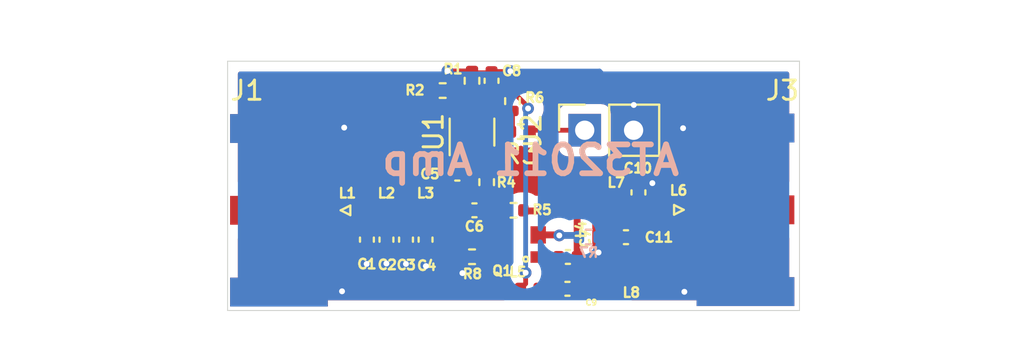
<source format=kicad_pcb>
(kicad_pcb (version 20171130) (host pcbnew "(5.1.10)-1")

  (general
    (thickness 1.6)
    (drawings 8)
    (tracks 167)
    (zones 0)
    (modules 32)
    (nets 23)
  )

  (page A4)
  (layers
    (0 F.Cu signal)
    (1 In1.Cu signal)
    (2 In2.Cu signal)
    (31 B.Cu signal)
    (32 B.Adhes user)
    (33 F.Adhes user)
    (34 B.Paste user)
    (35 F.Paste user)
    (36 B.SilkS user)
    (37 F.SilkS user)
    (38 B.Mask user)
    (39 F.Mask user)
    (40 Dwgs.User user)
    (41 Cmts.User user)
    (42 Eco1.User user)
    (43 Eco2.User user)
    (44 Edge.Cuts user)
    (45 Margin user)
    (46 B.CrtYd user)
    (47 F.CrtYd user)
    (48 B.Fab user)
    (49 F.Fab user)
  )

  (setup
    (last_trace_width 0.25)
    (trace_clearance 0.3048)
    (zone_clearance 0.508)
    (zone_45_only no)
    (trace_min 0.2)
    (via_size 0.6096)
    (via_drill 0.3048)
    (via_min_size 0.4)
    (via_min_drill 0.3)
    (uvia_size 0.3)
    (uvia_drill 0.1)
    (uvias_allowed no)
    (uvia_min_size 0.2)
    (uvia_min_drill 0.1)
    (edge_width 0.05)
    (segment_width 0.2)
    (pcb_text_width 0.3)
    (pcb_text_size 1.5 1.5)
    (mod_edge_width 0.12)
    (mod_text_size 1 1)
    (mod_text_width 0.15)
    (pad_size 1.524 1.524)
    (pad_drill 0.762)
    (pad_to_mask_clearance 0)
    (aux_axis_origin 0 0)
    (visible_elements 7FFFFFFF)
    (pcbplotparams
      (layerselection 0x010fc_ffffffff)
      (usegerberextensions false)
      (usegerberattributes true)
      (usegerberadvancedattributes true)
      (creategerberjobfile true)
      (excludeedgelayer true)
      (linewidth 0.100000)
      (plotframeref false)
      (viasonmask false)
      (mode 1)
      (useauxorigin false)
      (hpglpennumber 1)
      (hpglpenspeed 20)
      (hpglpendiameter 15.000000)
      (psnegative false)
      (psa4output false)
      (plotreference true)
      (plotvalue true)
      (plotinvisibletext false)
      (padsonsilk false)
      (subtractmaskfromsilk false)
      (outputformat 1)
      (mirror false)
      (drillshape 1)
      (scaleselection 1)
      (outputdirectory ""))
  )

  (net 0 "")
  (net 1 GND)
  (net 2 RF2)
  (net 3 RF3)
  (net 4 "Net-(C5-Pad2)")
  (net 5 "Net-(C5-Pad1)")
  (net 6 RF4)
  (net 7 RF5)
  (net 8 RF7)
  (net 9 RF10)
  (net 10 "Net-(C8-Pad1)")
  (net 11 RF11)
  (net 12 RF12)
  (net 13 RF1)
  (net 14 5vTX)
  (net 15 RF13)
  (net 16 RF6)
  (net 17 RF9)
  (net 18 RF8)
  (net 19 "Net-(R2-Pad1)")
  (net 20 "Net-(R4-Pad1)")
  (net 21 "Net-(U1-Pad1)")
  (net 22 RF14)

  (net_class Default "This is the default net class."
    (clearance 0.3048)
    (trace_width 0.25)
    (via_dia 0.6096)
    (via_drill 0.3048)
    (uvia_dia 0.3)
    (uvia_drill 0.1)
    (add_net 5vTX)
    (add_net GND)
    (add_net "Net-(C5-Pad1)")
    (add_net "Net-(C5-Pad2)")
    (add_net "Net-(C8-Pad1)")
    (add_net "Net-(R2-Pad1)")
    (add_net "Net-(R4-Pad1)")
    (add_net "Net-(U1-Pad1)")
  )

  (net_class RF ""
    (clearance 0.6096)
    (trace_width 0.3556)
    (via_dia 0.6096)
    (via_drill 0.3048)
    (uvia_dia 0.3)
    (uvia_drill 0.1)
    (add_net RF1)
    (add_net RF10)
    (add_net RF11)
    (add_net RF12)
    (add_net RF13)
    (add_net RF14)
    (add_net RF2)
    (add_net RF3)
    (add_net RF4)
    (add_net RF5)
    (add_net RF6)
    (add_net RF7)
    (add_net RF8)
    (add_net RF9)
  )

  (module Package_TO_SOT_SMD:SOT-363_SC-70-6 (layer F.Cu) (tedit 5A02FF57) (tstamp 62A2623A)
    (at 136.652 101.473 90)
    (descr "SOT-363, SC-70-6")
    (tags "SOT-363 SC-70-6")
    (path /629E3AA0)
    (attr smd)
    (fp_text reference U1 (at 0 -2 90) (layer F.SilkS)
      (effects (font (size 1 1) (thickness 0.15)))
    )
    (fp_text value UMZ1N (at 0 2 270) (layer F.Fab)
      (effects (font (size 1 1) (thickness 0.15)))
    )
    (fp_line (start 0.7 -1.16) (end -1.2 -1.16) (layer F.SilkS) (width 0.12))
    (fp_line (start -0.7 1.16) (end 0.7 1.16) (layer F.SilkS) (width 0.12))
    (fp_line (start 1.6 1.4) (end 1.6 -1.4) (layer F.CrtYd) (width 0.05))
    (fp_line (start -1.6 -1.4) (end -1.6 1.4) (layer F.CrtYd) (width 0.05))
    (fp_line (start -1.6 -1.4) (end 1.6 -1.4) (layer F.CrtYd) (width 0.05))
    (fp_line (start 0.675 -1.1) (end -0.175 -1.1) (layer F.Fab) (width 0.1))
    (fp_line (start -0.675 -0.6) (end -0.675 1.1) (layer F.Fab) (width 0.1))
    (fp_line (start -1.6 1.4) (end 1.6 1.4) (layer F.CrtYd) (width 0.05))
    (fp_line (start 0.675 -1.1) (end 0.675 1.1) (layer F.Fab) (width 0.1))
    (fp_line (start 0.675 1.1) (end -0.675 1.1) (layer F.Fab) (width 0.1))
    (fp_line (start -0.175 -1.1) (end -0.675 -0.6) (layer F.Fab) (width 0.1))
    (fp_text user %R (at 0 0) (layer F.Fab)
      (effects (font (size 0.5 0.5) (thickness 0.075)))
    )
    (pad 6 smd rect (at 0.95 -0.65 90) (size 0.65 0.4) (layers F.Cu F.Paste F.Mask)
      (net 19 "Net-(R2-Pad1)"))
    (pad 4 smd rect (at 0.95 0.65 90) (size 0.65 0.4) (layers F.Cu F.Paste F.Mask)
      (net 10 "Net-(C8-Pad1)"))
    (pad 2 smd rect (at -0.95 0 90) (size 0.65 0.4) (layers F.Cu F.Paste F.Mask)
      (net 5 "Net-(C5-Pad1)"))
    (pad 5 smd rect (at 0.95 0 90) (size 0.65 0.4) (layers F.Cu F.Paste F.Mask)
      (net 4 "Net-(C5-Pad2)"))
    (pad 3 smd rect (at -0.95 0.65 90) (size 0.65 0.4) (layers F.Cu F.Paste F.Mask)
      (net 20 "Net-(R4-Pad1)"))
    (pad 1 smd rect (at -0.95 -0.65 90) (size 0.65 0.4) (layers F.Cu F.Paste F.Mask)
      (net 21 "Net-(U1-Pad1)"))
    (model ${KISYS3DMOD}/Package_TO_SOT_SMD.3dshapes/SOT-363_SC-70-6.wrl
      (at (xyz 0 0 0))
      (scale (xyz 1 1 1))
      (rotate (xyz 0 0 0))
    )
  )

  (module Resistor_SMD:R_0402_1005Metric (layer F.Cu) (tedit 5F68FEEE) (tstamp 62A25D67)
    (at 136.654 107.95)
    (descr "Resistor SMD 0402 (1005 Metric), square (rectangular) end terminal, IPC_7351 nominal, (Body size source: IPC-SM-782 page 72, https://www.pcb-3d.com/wordpress/wp-content/uploads/ipc-sm-782a_amendment_1_and_2.pdf), generated with kicad-footprint-generator")
    (tags resistor)
    (path /629E7D60)
    (attr smd)
    (fp_text reference R8 (at 0.01832 0.89408) (layer F.SilkS)
      (effects (font (size 0.5 0.5) (thickness 0.125)))
    )
    (fp_text value 8.2 (at 0 1.17) (layer F.Fab)
      (effects (font (size 1 1) (thickness 0.15)))
    )
    (fp_line (start -0.525 0.27) (end -0.525 -0.27) (layer F.Fab) (width 0.1))
    (fp_line (start -0.525 -0.27) (end 0.525 -0.27) (layer F.Fab) (width 0.1))
    (fp_line (start 0.525 -0.27) (end 0.525 0.27) (layer F.Fab) (width 0.1))
    (fp_line (start 0.525 0.27) (end -0.525 0.27) (layer F.Fab) (width 0.1))
    (fp_line (start -0.153641 -0.38) (end 0.153641 -0.38) (layer F.SilkS) (width 0.12))
    (fp_line (start -0.153641 0.38) (end 0.153641 0.38) (layer F.SilkS) (width 0.12))
    (fp_line (start -0.93 0.47) (end -0.93 -0.47) (layer F.CrtYd) (width 0.05))
    (fp_line (start -0.93 -0.47) (end 0.93 -0.47) (layer F.CrtYd) (width 0.05))
    (fp_line (start 0.93 -0.47) (end 0.93 0.47) (layer F.CrtYd) (width 0.05))
    (fp_line (start 0.93 0.47) (end -0.93 0.47) (layer F.CrtYd) (width 0.05))
    (fp_text user %R (at 0 0) (layer F.Fab)
      (effects (font (size 0.26 0.26) (thickness 0.04)))
    )
    (pad 2 smd roundrect (at 0.51 0) (size 0.54 0.64) (layers F.Cu F.Paste F.Mask) (roundrect_rratio 0.25)
      (net 17 RF9))
    (pad 1 smd roundrect (at -0.51 0) (size 0.54 0.64) (layers F.Cu F.Paste F.Mask) (roundrect_rratio 0.25)
      (net 1 GND))
    (model ${KISYS3DMOD}/Resistor_SMD.3dshapes/R_0402_1005Metric.wrl
      (at (xyz 0 0 0))
      (scale (xyz 1 1 1))
      (rotate (xyz 0 0 0))
    )
  )

  (module Resistor_SMD:R_0402_1005Metric (layer B.Cu) (tedit 5F68FEEE) (tstamp 62A25D56)
    (at 142.721 106.926 180)
    (descr "Resistor SMD 0402 (1005 Metric), square (rectangular) end terminal, IPC_7351 nominal, (Body size source: IPC-SM-782 page 72, https://www.pcb-3d.com/wordpress/wp-content/uploads/ipc-sm-782a_amendment_1_and_2.pdf), generated with kicad-footprint-generator")
    (tags resistor)
    (path /629E6D1D)
    (attr smd)
    (fp_text reference R7 (at 0.00762 -0.80518) (layer B.SilkS)
      (effects (font (size 0.5 0.5) (thickness 0.125)) (justify mirror))
    )
    (fp_text value 8.2 (at 0 -1.17) (layer B.Fab)
      (effects (font (size 1 1) (thickness 0.15)) (justify mirror))
    )
    (fp_line (start -0.525 -0.27) (end -0.525 0.27) (layer B.Fab) (width 0.1))
    (fp_line (start -0.525 0.27) (end 0.525 0.27) (layer B.Fab) (width 0.1))
    (fp_line (start 0.525 0.27) (end 0.525 -0.27) (layer B.Fab) (width 0.1))
    (fp_line (start 0.525 -0.27) (end -0.525 -0.27) (layer B.Fab) (width 0.1))
    (fp_line (start -0.153641 0.38) (end 0.153641 0.38) (layer B.SilkS) (width 0.12))
    (fp_line (start -0.153641 -0.38) (end 0.153641 -0.38) (layer B.SilkS) (width 0.12))
    (fp_line (start -0.93 -0.47) (end -0.93 0.47) (layer B.CrtYd) (width 0.05))
    (fp_line (start -0.93 0.47) (end 0.93 0.47) (layer B.CrtYd) (width 0.05))
    (fp_line (start 0.93 0.47) (end 0.93 -0.47) (layer B.CrtYd) (width 0.05))
    (fp_line (start 0.93 -0.47) (end -0.93 -0.47) (layer B.CrtYd) (width 0.05))
    (fp_text user %R (at 0 0) (layer B.Fab)
      (effects (font (size 0.26 0.26) (thickness 0.04)) (justify mirror))
    )
    (pad 2 smd roundrect (at 0.51 0 180) (size 0.54 0.64) (layers B.Cu B.Paste B.Mask) (roundrect_rratio 0.25)
      (net 18 RF8))
    (pad 1 smd roundrect (at -0.51 0 180) (size 0.54 0.64) (layers B.Cu B.Paste B.Mask) (roundrect_rratio 0.25)
      (net 1 GND))
    (model ${KISYS3DMOD}/Resistor_SMD.3dshapes/R_0402_1005Metric.wrl
      (at (xyz 0 0 0))
      (scale (xyz 1 1 1))
      (rotate (xyz 0 0 0))
    )
  )

  (module Resistor_SMD:R_0402_1005Metric (layer F.Cu) (tedit 5F68FEEE) (tstamp 62A25D45)
    (at 138.755 99.8626 270)
    (descr "Resistor SMD 0402 (1005 Metric), square (rectangular) end terminal, IPC_7351 nominal, (Body size source: IPC-SM-782 page 72, https://www.pcb-3d.com/wordpress/wp-content/uploads/ipc-sm-782a_amendment_1_and_2.pdf), generated with kicad-footprint-generator")
    (tags resistor)
    (path /629F6332)
    (attr smd)
    (fp_text reference R6 (at -0.18284 -1.15836 180) (layer F.SilkS)
      (effects (font (size 0.5 0.5) (thickness 0.125)))
    )
    (fp_text value 10 (at 0 1.17 90) (layer F.Fab)
      (effects (font (size 1 1) (thickness 0.15)))
    )
    (fp_line (start -0.525 0.27) (end -0.525 -0.27) (layer F.Fab) (width 0.1))
    (fp_line (start -0.525 -0.27) (end 0.525 -0.27) (layer F.Fab) (width 0.1))
    (fp_line (start 0.525 -0.27) (end 0.525 0.27) (layer F.Fab) (width 0.1))
    (fp_line (start 0.525 0.27) (end -0.525 0.27) (layer F.Fab) (width 0.1))
    (fp_line (start -0.153641 -0.38) (end 0.153641 -0.38) (layer F.SilkS) (width 0.12))
    (fp_line (start -0.153641 0.38) (end 0.153641 0.38) (layer F.SilkS) (width 0.12))
    (fp_line (start -0.93 0.47) (end -0.93 -0.47) (layer F.CrtYd) (width 0.05))
    (fp_line (start -0.93 -0.47) (end 0.93 -0.47) (layer F.CrtYd) (width 0.05))
    (fp_line (start 0.93 -0.47) (end 0.93 0.47) (layer F.CrtYd) (width 0.05))
    (fp_line (start 0.93 0.47) (end -0.93 0.47) (layer F.CrtYd) (width 0.05))
    (fp_text user %R (at 0 0 90) (layer F.Fab)
      (effects (font (size 0.26 0.26) (thickness 0.04)))
    )
    (pad 2 smd roundrect (at 0.51 0 270) (size 0.54 0.64) (layers F.Cu F.Paste F.Mask) (roundrect_rratio 0.25)
      (net 5 "Net-(C5-Pad1)"))
    (pad 1 smd roundrect (at -0.51 0 270) (size 0.54 0.64) (layers F.Cu F.Paste F.Mask) (roundrect_rratio 0.25)
      (net 10 "Net-(C8-Pad1)"))
    (model ${KISYS3DMOD}/Resistor_SMD.3dshapes/R_0402_1005Metric.wrl
      (at (xyz 0 0 0))
      (scale (xyz 1 1 1))
      (rotate (xyz 0 0 0))
    )
  )

  (module Resistor_SMD:R_0402_1005Metric (layer F.Cu) (tedit 5F68FEEE) (tstamp 62A25D34)
    (at 138.811 105.537 180)
    (descr "Resistor SMD 0402 (1005 Metric), square (rectangular) end terminal, IPC_7351 nominal, (Body size source: IPC-SM-782 page 72, https://www.pcb-3d.com/wordpress/wp-content/uploads/ipc-sm-782a_amendment_1_and_2.pdf), generated with kicad-footprint-generator")
    (tags resistor)
    (path /629E55D0)
    (attr smd)
    (fp_text reference R5 (at -1.48082 0.02286) (layer F.SilkS)
      (effects (font (size 0.5 0.5) (thickness 0.125)))
    )
    (fp_text value 562 (at 0 1.17) (layer F.Fab)
      (effects (font (size 1 1) (thickness 0.15)))
    )
    (fp_line (start -0.525 0.27) (end -0.525 -0.27) (layer F.Fab) (width 0.1))
    (fp_line (start -0.525 -0.27) (end 0.525 -0.27) (layer F.Fab) (width 0.1))
    (fp_line (start 0.525 -0.27) (end 0.525 0.27) (layer F.Fab) (width 0.1))
    (fp_line (start 0.525 0.27) (end -0.525 0.27) (layer F.Fab) (width 0.1))
    (fp_line (start -0.153641 -0.38) (end 0.153641 -0.38) (layer F.SilkS) (width 0.12))
    (fp_line (start -0.153641 0.38) (end 0.153641 0.38) (layer F.SilkS) (width 0.12))
    (fp_line (start -0.93 0.47) (end -0.93 -0.47) (layer F.CrtYd) (width 0.05))
    (fp_line (start -0.93 -0.47) (end 0.93 -0.47) (layer F.CrtYd) (width 0.05))
    (fp_line (start 0.93 -0.47) (end 0.93 0.47) (layer F.CrtYd) (width 0.05))
    (fp_line (start 0.93 0.47) (end -0.93 0.47) (layer F.CrtYd) (width 0.05))
    (fp_text user %R (at 0 0) (layer F.Fab)
      (effects (font (size 0.26 0.26) (thickness 0.04)))
    )
    (pad 2 smd roundrect (at 0.51 0 180) (size 0.54 0.64) (layers F.Cu F.Paste F.Mask) (roundrect_rratio 0.25)
      (net 7 RF5))
    (pad 1 smd roundrect (at -0.51 0 180) (size 0.54 0.64) (layers F.Cu F.Paste F.Mask) (roundrect_rratio 0.25)
      (net 16 RF6))
    (model ${KISYS3DMOD}/Resistor_SMD.3dshapes/R_0402_1005Metric.wrl
      (at (xyz 0 0 0))
      (scale (xyz 1 1 1))
      (rotate (xyz 0 0 0))
    )
  )

  (module Resistor_SMD:R_0402_1005Metric (layer F.Cu) (tedit 5F68FEEE) (tstamp 62A25D23)
    (at 137.414 104.074 270)
    (descr "Resistor SMD 0402 (1005 Metric), square (rectangular) end terminal, IPC_7351 nominal, (Body size source: IPC-SM-782 page 72, https://www.pcb-3d.com/wordpress/wp-content/uploads/ipc-sm-782a_amendment_1_and_2.pdf), generated with kicad-footprint-generator")
    (tags resistor)
    (path /629E4A1B)
    (attr smd)
    (fp_text reference R4 (at 0.01012 -1.01854 180) (layer F.SilkS)
      (effects (font (size 0.5 0.5) (thickness 0.125)))
    )
    (fp_text value 10K (at 0 1.17 90) (layer F.Fab)
      (effects (font (size 1 1) (thickness 0.15)))
    )
    (fp_line (start -0.525 0.27) (end -0.525 -0.27) (layer F.Fab) (width 0.1))
    (fp_line (start -0.525 -0.27) (end 0.525 -0.27) (layer F.Fab) (width 0.1))
    (fp_line (start 0.525 -0.27) (end 0.525 0.27) (layer F.Fab) (width 0.1))
    (fp_line (start 0.525 0.27) (end -0.525 0.27) (layer F.Fab) (width 0.1))
    (fp_line (start -0.153641 -0.38) (end 0.153641 -0.38) (layer F.SilkS) (width 0.12))
    (fp_line (start -0.153641 0.38) (end 0.153641 0.38) (layer F.SilkS) (width 0.12))
    (fp_line (start -0.93 0.47) (end -0.93 -0.47) (layer F.CrtYd) (width 0.05))
    (fp_line (start -0.93 -0.47) (end 0.93 -0.47) (layer F.CrtYd) (width 0.05))
    (fp_line (start 0.93 -0.47) (end 0.93 0.47) (layer F.CrtYd) (width 0.05))
    (fp_line (start 0.93 0.47) (end -0.93 0.47) (layer F.CrtYd) (width 0.05))
    (fp_text user %R (at 0 0 90) (layer F.Fab)
      (effects (font (size 0.26 0.26) (thickness 0.04)))
    )
    (pad 2 smd roundrect (at 0.51 0 270) (size 0.54 0.64) (layers F.Cu F.Paste F.Mask) (roundrect_rratio 0.25)
      (net 7 RF5))
    (pad 1 smd roundrect (at -0.51 0 270) (size 0.54 0.64) (layers F.Cu F.Paste F.Mask) (roundrect_rratio 0.25)
      (net 20 "Net-(R4-Pad1)"))
    (model ${KISYS3DMOD}/Resistor_SMD.3dshapes/R_0402_1005Metric.wrl
      (at (xyz 0 0 0))
      (scale (xyz 1 1 1))
      (rotate (xyz 0 0 0))
    )
  )

  (module Resistor_SMD:R_0402_1005Metric (layer F.Cu) (tedit 5F68FEEE) (tstamp 62A25D12)
    (at 139.187 101.448 180)
    (descr "Resistor SMD 0402 (1005 Metric), square (rectangular) end terminal, IPC_7351 nominal, (Body size source: IPC-SM-782 page 72, https://www.pcb-3d.com/wordpress/wp-content/uploads/ipc-sm-782a_amendment_1_and_2.pdf), generated with kicad-footprint-generator")
    (tags resistor)
    (path /629F9365)
    (attr smd)
    (fp_text reference R3 (at 0 -1.17) (layer F.SilkS)
      (effects (font (size 1 1) (thickness 0.15)))
    )
    (fp_text value 10 (at 0 1.17) (layer F.Fab)
      (effects (font (size 1 1) (thickness 0.15)))
    )
    (fp_line (start -0.525 0.27) (end -0.525 -0.27) (layer F.Fab) (width 0.1))
    (fp_line (start -0.525 -0.27) (end 0.525 -0.27) (layer F.Fab) (width 0.1))
    (fp_line (start 0.525 -0.27) (end 0.525 0.27) (layer F.Fab) (width 0.1))
    (fp_line (start 0.525 0.27) (end -0.525 0.27) (layer F.Fab) (width 0.1))
    (fp_line (start -0.153641 -0.38) (end 0.153641 -0.38) (layer F.SilkS) (width 0.12))
    (fp_line (start -0.153641 0.38) (end 0.153641 0.38) (layer F.SilkS) (width 0.12))
    (fp_line (start -0.93 0.47) (end -0.93 -0.47) (layer F.CrtYd) (width 0.05))
    (fp_line (start -0.93 -0.47) (end 0.93 -0.47) (layer F.CrtYd) (width 0.05))
    (fp_line (start 0.93 -0.47) (end 0.93 0.47) (layer F.CrtYd) (width 0.05))
    (fp_line (start 0.93 0.47) (end -0.93 0.47) (layer F.CrtYd) (width 0.05))
    (fp_text user %R (at 0 0) (layer F.Fab)
      (effects (font (size 0.26 0.26) (thickness 0.04)))
    )
    (pad 2 smd roundrect (at 0.51 0 180) (size 0.54 0.64) (layers F.Cu F.Paste F.Mask) (roundrect_rratio 0.25)
      (net 5 "Net-(C5-Pad1)"))
    (pad 1 smd roundrect (at -0.51 0 180) (size 0.54 0.64) (layers F.Cu F.Paste F.Mask) (roundrect_rratio 0.25)
      (net 14 5vTX))
    (model ${KISYS3DMOD}/Resistor_SMD.3dshapes/R_0402_1005Metric.wrl
      (at (xyz 0 0 0))
      (scale (xyz 1 1 1))
      (rotate (xyz 0 0 0))
    )
  )

  (module Resistor_SMD:R_0402_1005Metric (layer F.Cu) (tedit 5F68FEEE) (tstamp 62A25D01)
    (at 135.128 99.314 180)
    (descr "Resistor SMD 0402 (1005 Metric), square (rectangular) end terminal, IPC_7351 nominal, (Body size source: IPC-SM-782 page 72, https://www.pcb-3d.com/wordpress/wp-content/uploads/ipc-sm-782a_amendment_1_and_2.pdf), generated with kicad-footprint-generator")
    (tags resistor)
    (path /629FED9A)
    (attr smd)
    (fp_text reference R2 (at 1.44272 0.01778) (layer F.SilkS)
      (effects (font (size 0.5 0.5) (thickness 0.125)))
    )
    (fp_text value 681 (at 0 1.17) (layer F.Fab)
      (effects (font (size 1 1) (thickness 0.15)))
    )
    (fp_line (start -0.525 0.27) (end -0.525 -0.27) (layer F.Fab) (width 0.1))
    (fp_line (start -0.525 -0.27) (end 0.525 -0.27) (layer F.Fab) (width 0.1))
    (fp_line (start 0.525 -0.27) (end 0.525 0.27) (layer F.Fab) (width 0.1))
    (fp_line (start 0.525 0.27) (end -0.525 0.27) (layer F.Fab) (width 0.1))
    (fp_line (start -0.153641 -0.38) (end 0.153641 -0.38) (layer F.SilkS) (width 0.12))
    (fp_line (start -0.153641 0.38) (end 0.153641 0.38) (layer F.SilkS) (width 0.12))
    (fp_line (start -0.93 0.47) (end -0.93 -0.47) (layer F.CrtYd) (width 0.05))
    (fp_line (start -0.93 -0.47) (end 0.93 -0.47) (layer F.CrtYd) (width 0.05))
    (fp_line (start 0.93 -0.47) (end 0.93 0.47) (layer F.CrtYd) (width 0.05))
    (fp_line (start 0.93 0.47) (end -0.93 0.47) (layer F.CrtYd) (width 0.05))
    (fp_text user %R (at 0 0) (layer F.Fab)
      (effects (font (size 0.26 0.26) (thickness 0.04)))
    )
    (pad 2 smd roundrect (at 0.51 0 180) (size 0.54 0.64) (layers F.Cu F.Paste F.Mask) (roundrect_rratio 0.25)
      (net 4 "Net-(C5-Pad2)"))
    (pad 1 smd roundrect (at -0.51 0 180) (size 0.54 0.64) (layers F.Cu F.Paste F.Mask) (roundrect_rratio 0.25)
      (net 19 "Net-(R2-Pad1)"))
    (model ${KISYS3DMOD}/Resistor_SMD.3dshapes/R_0402_1005Metric.wrl
      (at (xyz 0 0 0))
      (scale (xyz 1 1 1))
      (rotate (xyz 0 0 0))
    )
  )

  (module Resistor_SMD:R_0402_1005Metric (layer F.Cu) (tedit 5F68FEEE) (tstamp 62A25CF0)
    (at 136.652 98.806 90)
    (descr "Resistor SMD 0402 (1005 Metric), square (rectangular) end terminal, IPC_7351 nominal, (Body size source: IPC-SM-782 page 72, https://www.pcb-3d.com/wordpress/wp-content/uploads/ipc-sm-782a_amendment_1_and_2.pdf), generated with kicad-footprint-generator")
    (tags resistor)
    (path /629FDD5E)
    (attr smd)
    (fp_text reference R1 (at 0.60706 -0.98806 180) (layer F.SilkS)
      (effects (font (size 0.5 0.5) (thickness 0.125)))
    )
    (fp_text value 15K (at 0 1.17 90) (layer F.Fab)
      (effects (font (size 1 1) (thickness 0.15)))
    )
    (fp_line (start -0.525 0.27) (end -0.525 -0.27) (layer F.Fab) (width 0.1))
    (fp_line (start -0.525 -0.27) (end 0.525 -0.27) (layer F.Fab) (width 0.1))
    (fp_line (start 0.525 -0.27) (end 0.525 0.27) (layer F.Fab) (width 0.1))
    (fp_line (start 0.525 0.27) (end -0.525 0.27) (layer F.Fab) (width 0.1))
    (fp_line (start -0.153641 -0.38) (end 0.153641 -0.38) (layer F.SilkS) (width 0.12))
    (fp_line (start -0.153641 0.38) (end 0.153641 0.38) (layer F.SilkS) (width 0.12))
    (fp_line (start -0.93 0.47) (end -0.93 -0.47) (layer F.CrtYd) (width 0.05))
    (fp_line (start -0.93 -0.47) (end 0.93 -0.47) (layer F.CrtYd) (width 0.05))
    (fp_line (start 0.93 -0.47) (end 0.93 0.47) (layer F.CrtYd) (width 0.05))
    (fp_line (start 0.93 0.47) (end -0.93 0.47) (layer F.CrtYd) (width 0.05))
    (fp_text user %R (at 0 0 90) (layer F.Fab)
      (effects (font (size 0.26 0.26) (thickness 0.04)))
    )
    (pad 2 smd roundrect (at 0.51 0 90) (size 0.54 0.64) (layers F.Cu F.Paste F.Mask) (roundrect_rratio 0.25)
      (net 1 GND))
    (pad 1 smd roundrect (at -0.51 0 90) (size 0.54 0.64) (layers F.Cu F.Paste F.Mask) (roundrect_rratio 0.25)
      (net 4 "Net-(C5-Pad2)"))
    (model ${KISYS3DMOD}/Resistor_SMD.3dshapes/R_0402_1005Metric.wrl
      (at (xyz 0 0 0))
      (scale (xyz 1 1 1))
      (rotate (xyz 0 0 0))
    )
  )

  (module "EPIC PARTS:PSA4-5043+" (layer F.Cu) (tedit 62878DA3) (tstamp 62A25CDF)
    (at 139.192 107.315 90)
    (path /62A0FC03)
    (fp_text reference Q1 (at -1.36652 -0.97282 180) (layer F.SilkS)
      (effects (font (size 0.5 0.5) (thickness 0.125)))
    )
    (fp_text value 4_Pin_NPN (at 0 0 90) (layer F.Fab)
      (effects (font (size 0.787402 0.787402) (thickness 0.15)))
    )
    (fp_line (start -1 -0.55) (end 1 -0.55) (layer F.Fab) (width 0.2032))
    (fp_line (start 1 0.55) (end -1 0.55) (layer F.Fab) (width 0.2032))
    (fp_poly (pts (xy 0.150171 0.6) (xy 0.85 0.6) (xy 0.85 1.10126) (xy 0.150171 1.10126)) (layer F.Fab) (width 0.01))
    (fp_poly (pts (xy -0.851089 0.6) (xy -0.45 0.6) (xy -0.45 1.10141) (xy -0.851089 1.10141)) (layer F.Fab) (width 0.01))
    (fp_poly (pts (xy -0.851105 -1.1) (xy -0.45 -1.1) (xy -0.45 -0.60078) (xy -0.851105 -0.60078)) (layer F.Fab) (width 0.01))
    (fp_poly (pts (xy 0.450588 -1.1) (xy 0.85 -1.1) (xy 0.85 -0.600784) (xy 0.450588 -0.600784)) (layer F.Fab) (width 0.01))
    (fp_circle (center -0.762 0.254) (end -0.635 0.254) (layer F.SilkS) (width 0.127))
    (pad 3 smd rect (at 0.65 -0.9 90) (size 0.6 0.8) (layers F.Cu F.Paste F.Mask)
      (net 7 RF5))
    (pad 4 smd rect (at -0.65 -0.9 90) (size 0.6 0.8) (layers F.Cu F.Paste F.Mask)
      (net 17 RF9))
    (pad 1 smd rect (at -0.65 0.9 90) (size 0.6 0.8) (layers F.Cu F.Paste F.Mask)
      (net 9 RF10))
    (pad 2 smd rect (at 0.5 0.9 90) (size 0.9 0.8) (layers F.Cu F.Paste F.Mask)
      (net 18 RF8))
  )

  (module Inductor_SMD:L_0402_1005Metric (layer F.Cu) (tedit 5F68FEF0) (tstamp 62A25CD0)
    (at 143.518 109.616)
    (descr "Inductor SMD 0402 (1005 Metric), square (rectangular) end terminal, IPC_7351 nominal, (Body size source: http://www.tortai-tech.com/upload/download/2011102023233369053.pdf), generated with kicad-footprint-generator")
    (tags inductor)
    (path /62A46866)
    (attr smd)
    (fp_text reference L8 (at 1.41224 0.19558) (layer F.SilkS)
      (effects (font (size 0.5 0.5) (thickness 0.125)))
    )
    (fp_text value 22nH (at 0 1.17) (layer F.Fab)
      (effects (font (size 1 1) (thickness 0.15)))
    )
    (fp_line (start -0.5 0.25) (end -0.5 -0.25) (layer F.Fab) (width 0.1))
    (fp_line (start -0.5 -0.25) (end 0.5 -0.25) (layer F.Fab) (width 0.1))
    (fp_line (start 0.5 -0.25) (end 0.5 0.25) (layer F.Fab) (width 0.1))
    (fp_line (start 0.5 0.25) (end -0.5 0.25) (layer F.Fab) (width 0.1))
    (fp_line (start -0.93 0.47) (end -0.93 -0.47) (layer F.CrtYd) (width 0.05))
    (fp_line (start -0.93 -0.47) (end 0.93 -0.47) (layer F.CrtYd) (width 0.05))
    (fp_line (start 0.93 -0.47) (end 0.93 0.47) (layer F.CrtYd) (width 0.05))
    (fp_line (start 0.93 0.47) (end -0.93 0.47) (layer F.CrtYd) (width 0.05))
    (fp_text user %R (at 0 0) (layer F.Fab)
      (effects (font (size 0.25 0.25) (thickness 0.04)))
    )
    (pad 2 smd roundrect (at 0.485 0) (size 0.59 0.64) (layers F.Cu F.Paste F.Mask) (roundrect_rratio 0.25)
      (net 12 RF12))
    (pad 1 smd roundrect (at -0.485 0) (size 0.59 0.64) (layers F.Cu F.Paste F.Mask) (roundrect_rratio 0.25)
      (net 11 RF11))
    (model ${KISYS3DMOD}/Inductor_SMD.3dshapes/L_0402_1005Metric.wrl
      (at (xyz 0 0 0))
      (scale (xyz 1 1 1))
      (rotate (xyz 0 0 0))
    )
  )

  (module Inductor_SMD:L_0402_1005Metric (layer F.Cu) (tedit 5F68FEF0) (tstamp 62A25CC1)
    (at 144.145 105.41 90)
    (descr "Inductor SMD 0402 (1005 Metric), square (rectangular) end terminal, IPC_7351 nominal, (Body size source: http://www.tortai-tech.com/upload/download/2011102023233369053.pdf), generated with kicad-footprint-generator")
    (tags inductor)
    (path /62A46887)
    (attr smd)
    (fp_text reference L7 (at 1.31572 -0.00508 180) (layer F.SilkS)
      (effects (font (size 0.5 0.5) (thickness 0.125)))
    )
    (fp_text value 15nH (at 0 1.17 90) (layer F.Fab)
      (effects (font (size 1 1) (thickness 0.15)))
    )
    (fp_line (start -0.5 0.25) (end -0.5 -0.25) (layer F.Fab) (width 0.1))
    (fp_line (start -0.5 -0.25) (end 0.5 -0.25) (layer F.Fab) (width 0.1))
    (fp_line (start 0.5 -0.25) (end 0.5 0.25) (layer F.Fab) (width 0.1))
    (fp_line (start 0.5 0.25) (end -0.5 0.25) (layer F.Fab) (width 0.1))
    (fp_line (start -0.93 0.47) (end -0.93 -0.47) (layer F.CrtYd) (width 0.05))
    (fp_line (start -0.93 -0.47) (end 0.93 -0.47) (layer F.CrtYd) (width 0.05))
    (fp_line (start 0.93 -0.47) (end 0.93 0.47) (layer F.CrtYd) (width 0.05))
    (fp_line (start 0.93 0.47) (end -0.93 0.47) (layer F.CrtYd) (width 0.05))
    (fp_text user %R (at 0 0 90) (layer F.Fab)
      (effects (font (size 0.25 0.25) (thickness 0.04)))
    )
    (pad 2 smd roundrect (at 0.485 0 90) (size 0.59 0.64) (layers F.Cu F.Paste F.Mask) (roundrect_rratio 0.25)
      (net 15 RF13))
    (pad 1 smd roundrect (at -0.485 0 90) (size 0.59 0.64) (layers F.Cu F.Paste F.Mask) (roundrect_rratio 0.25)
      (net 12 RF12))
    (model ${KISYS3DMOD}/Inductor_SMD.3dshapes/L_0402_1005Metric.wrl
      (at (xyz 0 0 0))
      (scale (xyz 1 1 1))
      (rotate (xyz 0 0 0))
    )
  )

  (module Inductor_SMD:L_0402_1005Metric (layer F.Cu) (tedit 5F68FEF0) (tstamp 62A25CB2)
    (at 146.952 105.321)
    (descr "Inductor SMD 0402 (1005 Metric), square (rectangular) end terminal, IPC_7351 nominal, (Body size source: http://www.tortai-tech.com/upload/download/2011102023233369053.pdf), generated with kicad-footprint-generator")
    (tags inductor)
    (path /62A468AA)
    (attr smd)
    (fp_text reference L6 (at 0.4315 -0.81778) (layer F.SilkS)
      (effects (font (size 0.5 0.5) (thickness 0.125)))
    )
    (fp_text value 15nH (at 0 1.17) (layer F.Fab)
      (effects (font (size 1 1) (thickness 0.15)))
    )
    (fp_line (start -0.5 0.25) (end -0.5 -0.25) (layer F.Fab) (width 0.1))
    (fp_line (start -0.5 -0.25) (end 0.5 -0.25) (layer F.Fab) (width 0.1))
    (fp_line (start 0.5 -0.25) (end 0.5 0.25) (layer F.Fab) (width 0.1))
    (fp_line (start 0.5 0.25) (end -0.5 0.25) (layer F.Fab) (width 0.1))
    (fp_line (start -0.93 0.47) (end -0.93 -0.47) (layer F.CrtYd) (width 0.05))
    (fp_line (start -0.93 -0.47) (end 0.93 -0.47) (layer F.CrtYd) (width 0.05))
    (fp_line (start 0.93 -0.47) (end 0.93 0.47) (layer F.CrtYd) (width 0.05))
    (fp_line (start 0.93 0.47) (end -0.93 0.47) (layer F.CrtYd) (width 0.05))
    (fp_text user %R (at 0 0) (layer F.Fab)
      (effects (font (size 0.25 0.25) (thickness 0.04)))
    )
    (pad 2 smd roundrect (at 0.485 0) (size 0.59 0.64) (layers F.Cu F.Paste F.Mask) (roundrect_rratio 0.25)
      (net 22 RF14))
    (pad 1 smd roundrect (at -0.485 0) (size 0.59 0.64) (layers F.Cu F.Paste F.Mask) (roundrect_rratio 0.25)
      (net 15 RF13))
    (model ${KISYS3DMOD}/Inductor_SMD.3dshapes/L_0402_1005Metric.wrl
      (at (xyz 0 0 0))
      (scale (xyz 1 1 1))
      (rotate (xyz 0 0 0))
    )
  )

  (module Inductor_SMD:L_0402_1005Metric (layer F.Cu) (tedit 5F68FEF0) (tstamp 62A25CA3)
    (at 139.654 109.619)
    (descr "Inductor SMD 0402 (1005 Metric), square (rectangular) end terminal, IPC_7351 nominal, (Body size source: http://www.tortai-tech.com/upload/download/2011102023233369053.pdf), generated with kicad-footprint-generator")
    (tags inductor)
    (path /629F0BA2)
    (attr smd)
    (fp_text reference L5 (at -0.61214 -0.87376) (layer F.SilkS)
      (effects (font (size 0.5 0.5) (thickness 0.125)))
    )
    (fp_text value 1uH (at 0 1.17) (layer F.Fab)
      (effects (font (size 1 1) (thickness 0.15)))
    )
    (fp_line (start -0.5 0.25) (end -0.5 -0.25) (layer F.Fab) (width 0.1))
    (fp_line (start -0.5 -0.25) (end 0.5 -0.25) (layer F.Fab) (width 0.1))
    (fp_line (start 0.5 -0.25) (end 0.5 0.25) (layer F.Fab) (width 0.1))
    (fp_line (start 0.5 0.25) (end -0.5 0.25) (layer F.Fab) (width 0.1))
    (fp_line (start -0.93 0.47) (end -0.93 -0.47) (layer F.CrtYd) (width 0.05))
    (fp_line (start -0.93 -0.47) (end 0.93 -0.47) (layer F.CrtYd) (width 0.05))
    (fp_line (start 0.93 -0.47) (end 0.93 0.47) (layer F.CrtYd) (width 0.05))
    (fp_line (start 0.93 0.47) (end -0.93 0.47) (layer F.CrtYd) (width 0.05))
    (fp_text user %R (at 0 0) (layer F.Fab)
      (effects (font (size 0.25 0.25) (thickness 0.04)))
    )
    (pad 2 smd roundrect (at 0.485 0) (size 0.59 0.64) (layers F.Cu F.Paste F.Mask) (roundrect_rratio 0.25)
      (net 9 RF10))
    (pad 1 smd roundrect (at -0.485 0) (size 0.59 0.64) (layers F.Cu F.Paste F.Mask) (roundrect_rratio 0.25)
      (net 10 "Net-(C8-Pad1)"))
    (model ${KISYS3DMOD}/Inductor_SMD.3dshapes/L_0402_1005Metric.wrl
      (at (xyz 0 0 0))
      (scale (xyz 1 1 1))
      (rotate (xyz 0 0 0))
    )
  )

  (module Inductor_SMD:L_0402_1005Metric (layer F.Cu) (tedit 5F68FEF0) (tstamp 62A25C94)
    (at 141.666 105.57)
    (descr "Inductor SMD 0402 (1005 Metric), square (rectangular) end terminal, IPC_7351 nominal, (Body size source: http://www.tortai-tech.com/upload/download/2011102023233369053.pdf), generated with kicad-footprint-generator")
    (tags inductor)
    (path /629E834E)
    (attr smd)
    (fp_text reference L4 (at 0.65532 0.97028 -90) (layer F.SilkS)
      (effects (font (size 0.5 0.5) (thickness 0.125)))
    )
    (fp_text value "10 nH" (at 0 1.17) (layer F.Fab)
      (effects (font (size 1 1) (thickness 0.15)))
    )
    (fp_line (start -0.5 0.25) (end -0.5 -0.25) (layer F.Fab) (width 0.1))
    (fp_line (start -0.5 -0.25) (end 0.5 -0.25) (layer F.Fab) (width 0.1))
    (fp_line (start 0.5 -0.25) (end 0.5 0.25) (layer F.Fab) (width 0.1))
    (fp_line (start 0.5 0.25) (end -0.5 0.25) (layer F.Fab) (width 0.1))
    (fp_line (start -0.93 0.47) (end -0.93 -0.47) (layer F.CrtYd) (width 0.05))
    (fp_line (start -0.93 -0.47) (end 0.93 -0.47) (layer F.CrtYd) (width 0.05))
    (fp_line (start 0.93 -0.47) (end 0.93 0.47) (layer F.CrtYd) (width 0.05))
    (fp_line (start 0.93 0.47) (end -0.93 0.47) (layer F.CrtYd) (width 0.05))
    (fp_text user %R (at 0 0) (layer F.Fab)
      (effects (font (size 0.25 0.25) (thickness 0.04)))
    )
    (pad 2 smd roundrect (at 0.485 0) (size 0.59 0.64) (layers F.Cu F.Paste F.Mask) (roundrect_rratio 0.25)
      (net 8 RF7))
    (pad 1 smd roundrect (at -0.485 0) (size 0.59 0.64) (layers F.Cu F.Paste F.Mask) (roundrect_rratio 0.25)
      (net 16 RF6))
    (model ${KISYS3DMOD}/Inductor_SMD.3dshapes/L_0402_1005Metric.wrl
      (at (xyz 0 0 0))
      (scale (xyz 1 1 1))
      (rotate (xyz 0 0 0))
    )
  )

  (module Inductor_SMD:L_0402_1005Metric (layer F.Cu) (tedit 5F68FEF0) (tstamp 62A25C85)
    (at 134.747 105.537)
    (descr "Inductor SMD 0402 (1005 Metric), square (rectangular) end terminal, IPC_7351 nominal, (Body size source: http://www.tortai-tech.com/upload/download/2011102023233369053.pdf), generated with kicad-footprint-generator")
    (tags inductor)
    (path /62A26B27)
    (attr smd)
    (fp_text reference L3 (at -0.508 -0.889) (layer F.SilkS)
      (effects (font (size 0.5 0.5) (thickness 0.125)))
    )
    (fp_text value 15nH (at 0 1.17) (layer F.Fab)
      (effects (font (size 1 1) (thickness 0.15)))
    )
    (fp_line (start -0.5 0.25) (end -0.5 -0.25) (layer F.Fab) (width 0.1))
    (fp_line (start -0.5 -0.25) (end 0.5 -0.25) (layer F.Fab) (width 0.1))
    (fp_line (start 0.5 -0.25) (end 0.5 0.25) (layer F.Fab) (width 0.1))
    (fp_line (start 0.5 0.25) (end -0.5 0.25) (layer F.Fab) (width 0.1))
    (fp_line (start -0.93 0.47) (end -0.93 -0.47) (layer F.CrtYd) (width 0.05))
    (fp_line (start -0.93 -0.47) (end 0.93 -0.47) (layer F.CrtYd) (width 0.05))
    (fp_line (start 0.93 -0.47) (end 0.93 0.47) (layer F.CrtYd) (width 0.05))
    (fp_line (start 0.93 0.47) (end -0.93 0.47) (layer F.CrtYd) (width 0.05))
    (fp_text user %R (at 0 0) (layer F.Fab)
      (effects (font (size 0.25 0.25) (thickness 0.04)))
    )
    (pad 2 smd roundrect (at 0.485 0) (size 0.59 0.64) (layers F.Cu F.Paste F.Mask) (roundrect_rratio 0.25)
      (net 6 RF4))
    (pad 1 smd roundrect (at -0.485 0) (size 0.59 0.64) (layers F.Cu F.Paste F.Mask) (roundrect_rratio 0.25)
      (net 3 RF3))
    (model ${KISYS3DMOD}/Inductor_SMD.3dshapes/L_0402_1005Metric.wrl
      (at (xyz 0 0 0))
      (scale (xyz 1 1 1))
      (rotate (xyz 0 0 0))
    )
  )

  (module Inductor_SMD:L_0402_1005Metric (layer F.Cu) (tedit 5F68FEF0) (tstamp 62A25C76)
    (at 132.715 105.537)
    (descr "Inductor SMD 0402 (1005 Metric), square (rectangular) end terminal, IPC_7351 nominal, (Body size source: http://www.tortai-tech.com/upload/download/2011102023233369053.pdf), generated with kicad-footprint-generator")
    (tags inductor)
    (path /629E0B9F)
    (attr smd)
    (fp_text reference L2 (at -0.508 -0.889) (layer F.SilkS)
      (effects (font (size 0.5 0.5) (thickness 0.125)))
    )
    (fp_text value 15nH (at 0 1.17) (layer F.Fab)
      (effects (font (size 1 1) (thickness 0.15)))
    )
    (fp_line (start -0.5 0.25) (end -0.5 -0.25) (layer F.Fab) (width 0.1))
    (fp_line (start -0.5 -0.25) (end 0.5 -0.25) (layer F.Fab) (width 0.1))
    (fp_line (start 0.5 -0.25) (end 0.5 0.25) (layer F.Fab) (width 0.1))
    (fp_line (start 0.5 0.25) (end -0.5 0.25) (layer F.Fab) (width 0.1))
    (fp_line (start -0.93 0.47) (end -0.93 -0.47) (layer F.CrtYd) (width 0.05))
    (fp_line (start -0.93 -0.47) (end 0.93 -0.47) (layer F.CrtYd) (width 0.05))
    (fp_line (start 0.93 -0.47) (end 0.93 0.47) (layer F.CrtYd) (width 0.05))
    (fp_line (start 0.93 0.47) (end -0.93 0.47) (layer F.CrtYd) (width 0.05))
    (fp_text user %R (at 0 0) (layer F.Fab)
      (effects (font (size 0.25 0.25) (thickness 0.04)))
    )
    (pad 2 smd roundrect (at 0.485 0) (size 0.59 0.64) (layers F.Cu F.Paste F.Mask) (roundrect_rratio 0.25)
      (net 3 RF3))
    (pad 1 smd roundrect (at -0.485 0) (size 0.59 0.64) (layers F.Cu F.Paste F.Mask) (roundrect_rratio 0.25)
      (net 2 RF2))
    (model ${KISYS3DMOD}/Inductor_SMD.3dshapes/L_0402_1005Metric.wrl
      (at (xyz 0 0 0))
      (scale (xyz 1 1 1))
      (rotate (xyz 0 0 0))
    )
  )

  (module Inductor_SMD:L_0402_1005Metric (layer F.Cu) (tedit 5F68FEF0) (tstamp 62A25C67)
    (at 130.683 105.537)
    (descr "Inductor SMD 0402 (1005 Metric), square (rectangular) end terminal, IPC_7351 nominal, (Body size source: http://www.tortai-tech.com/upload/download/2011102023233369053.pdf), generated with kicad-footprint-generator")
    (tags inductor)
    (path /629DE6D8)
    (attr smd)
    (fp_text reference L1 (at -0.508 -0.889) (layer F.SilkS)
      (effects (font (size 0.5 0.5) (thickness 0.125)))
    )
    (fp_text value 22nH (at 0 1.17) (layer F.Fab)
      (effects (font (size 1 1) (thickness 0.15)))
    )
    (fp_line (start -0.5 0.25) (end -0.5 -0.25) (layer F.Fab) (width 0.1))
    (fp_line (start -0.5 -0.25) (end 0.5 -0.25) (layer F.Fab) (width 0.1))
    (fp_line (start 0.5 -0.25) (end 0.5 0.25) (layer F.Fab) (width 0.1))
    (fp_line (start 0.5 0.25) (end -0.5 0.25) (layer F.Fab) (width 0.1))
    (fp_line (start -0.93 0.47) (end -0.93 -0.47) (layer F.CrtYd) (width 0.05))
    (fp_line (start -0.93 -0.47) (end 0.93 -0.47) (layer F.CrtYd) (width 0.05))
    (fp_line (start 0.93 -0.47) (end 0.93 0.47) (layer F.CrtYd) (width 0.05))
    (fp_line (start 0.93 0.47) (end -0.93 0.47) (layer F.CrtYd) (width 0.05))
    (fp_text user %R (at 0 0) (layer F.Fab)
      (effects (font (size 0.25 0.25) (thickness 0.04)))
    )
    (pad 2 smd roundrect (at 0.485 0) (size 0.59 0.64) (layers F.Cu F.Paste F.Mask) (roundrect_rratio 0.25)
      (net 2 RF2))
    (pad 1 smd roundrect (at -0.485 0) (size 0.59 0.64) (layers F.Cu F.Paste F.Mask) (roundrect_rratio 0.25)
      (net 13 RF1))
    (model ${KISYS3DMOD}/Inductor_SMD.3dshapes/L_0402_1005Metric.wrl
      (at (xyz 0 0 0))
      (scale (xyz 1 1 1))
      (rotate (xyz 0 0 0))
    )
  )

  (module Connector_Coaxial:SMA_Amphenol_132289_EdgeMount (layer F.Cu) (tedit 5A1C1810) (tstamp 62A25C58)
    (at 150.863 105.512)
    (descr http://www.amphenolrf.com/132289.html)
    (tags SMA)
    (path /629EC1ED)
    (attr smd)
    (fp_text reference J3 (at 1.918 -6.198 180) (layer F.SilkS)
      (effects (font (size 1 1) (thickness 0.15)))
    )
    (fp_text value Conn_01x05_Male (at 5 6) (layer F.Fab)
      (effects (font (size 1 1) (thickness 0.15)))
    )
    (fp_line (start -3.71 0.25) (end -3.21 0) (layer F.SilkS) (width 0.12))
    (fp_line (start -3.71 -0.25) (end -3.71 0.25) (layer F.SilkS) (width 0.12))
    (fp_line (start -3.21 0) (end -3.71 -0.25) (layer F.SilkS) (width 0.12))
    (fp_line (start 3.54 0) (end 2.54 0.75) (layer F.Fab) (width 0.1))
    (fp_line (start 2.54 -0.75) (end 3.54 0) (layer F.Fab) (width 0.1))
    (fp_line (start 14.47 -5.58) (end -3.04 -5.58) (layer F.CrtYd) (width 0.05))
    (fp_line (start 14.47 -5.58) (end 14.47 5.58) (layer F.CrtYd) (width 0.05))
    (fp_line (start 14.47 5.58) (end -3.04 5.58) (layer F.CrtYd) (width 0.05))
    (fp_line (start -3.04 5.58) (end -3.04 -5.58) (layer F.CrtYd) (width 0.05))
    (fp_line (start 14.47 -5.58) (end -3.04 -5.58) (layer B.CrtYd) (width 0.05))
    (fp_line (start 14.47 -5.58) (end 14.47 5.58) (layer B.CrtYd) (width 0.05))
    (fp_line (start 14.47 5.58) (end -3.04 5.58) (layer B.CrtYd) (width 0.05))
    (fp_line (start -3.04 5.58) (end -3.04 -5.58) (layer B.CrtYd) (width 0.05))
    (fp_line (start 4.445 -3.81) (end 13.97 -3.81) (layer F.Fab) (width 0.1))
    (fp_line (start 13.97 -3.81) (end 13.97 3.81) (layer F.Fab) (width 0.1))
    (fp_line (start 13.97 3.81) (end 4.445 3.81) (layer F.Fab) (width 0.1))
    (fp_line (start 4.445 5.08) (end 4.445 3.81) (layer F.Fab) (width 0.1))
    (fp_line (start 4.445 -3.81) (end 4.445 -5.08) (layer F.Fab) (width 0.1))
    (fp_line (start -1.91 -5.08) (end 4.445 -5.08) (layer F.Fab) (width 0.1))
    (fp_line (start -1.91 -5.08) (end -1.91 -3.81) (layer F.Fab) (width 0.1))
    (fp_line (start -1.91 -3.81) (end 2.54 -3.81) (layer F.Fab) (width 0.1))
    (fp_line (start 2.54 -3.81) (end 2.54 3.81) (layer F.Fab) (width 0.1))
    (fp_line (start 2.54 3.81) (end -1.91 3.81) (layer F.Fab) (width 0.1))
    (fp_line (start -1.91 3.81) (end -1.91 5.08) (layer F.Fab) (width 0.1))
    (fp_line (start -1.91 5.08) (end 4.445 5.08) (layer F.Fab) (width 0.1))
    (fp_text user %R (at 4.79 0 270) (layer F.Fab)
      (effects (font (size 1 1) (thickness 0.15)))
    )
    (pad 1 smd rect (at 0 0 90) (size 1.5 5.08) (layers F.Cu F.Paste F.Mask)
      (net 22 RF14))
    (pad 2 smd rect (at 0 -4.25 90) (size 1.5 5.08) (layers F.Cu F.Paste F.Mask)
      (net 1 GND))
    (pad 2 smd rect (at 0 4.25 90) (size 1.5 5.08) (layers F.Cu F.Paste F.Mask)
      (net 1 GND))
    (pad 2 smd rect (at 0 -4.25 90) (size 1.5 5.08) (layers B.Cu B.Paste B.Mask)
      (net 1 GND))
    (pad 2 smd rect (at 0 4.25 90) (size 1.5 5.08) (layers B.Cu B.Paste B.Mask)
      (net 1 GND))
    (model ${KISYS3DMOD}/Connector_Coaxial.3dshapes/SMA_Amphenol_132289_EdgeMount.wrl
      (at (xyz 0 0 0))
      (scale (xyz 1 1 1))
      (rotate (xyz 0 0 0))
    )
  )

  (module Connector_PinSocket_2.54mm:PinSocket_1x02_P2.54mm_Vertical (layer F.Cu) (tedit 5A19A420) (tstamp 62A25C35)
    (at 142.509 101.376 90)
    (descr "Through hole straight socket strip, 1x02, 2.54mm pitch, single row (from Kicad 4.0.7), script generated")
    (tags "Through hole socket strip THT 1x02 2.54mm single row")
    (path /62A17D57)
    (fp_text reference J2 (at 0 -2.77 90) (layer F.SilkS)
      (effects (font (size 1 1) (thickness 0.15)))
    )
    (fp_text value Conn_01x02_Male (at 0 5.31 90) (layer F.Fab)
      (effects (font (size 1 1) (thickness 0.15)))
    )
    (fp_line (start -1.27 -1.27) (end 0.635 -1.27) (layer F.Fab) (width 0.1))
    (fp_line (start 0.635 -1.27) (end 1.27 -0.635) (layer F.Fab) (width 0.1))
    (fp_line (start 1.27 -0.635) (end 1.27 3.81) (layer F.Fab) (width 0.1))
    (fp_line (start 1.27 3.81) (end -1.27 3.81) (layer F.Fab) (width 0.1))
    (fp_line (start -1.27 3.81) (end -1.27 -1.27) (layer F.Fab) (width 0.1))
    (fp_line (start -1.33 1.27) (end 1.33 1.27) (layer F.SilkS) (width 0.12))
    (fp_line (start -1.33 1.27) (end -1.33 3.87) (layer F.SilkS) (width 0.12))
    (fp_line (start -1.33 3.87) (end 1.33 3.87) (layer F.SilkS) (width 0.12))
    (fp_line (start 1.33 1.27) (end 1.33 3.87) (layer F.SilkS) (width 0.12))
    (fp_line (start 1.33 -1.33) (end 1.33 0) (layer F.SilkS) (width 0.12))
    (fp_line (start 0 -1.33) (end 1.33 -1.33) (layer F.SilkS) (width 0.12))
    (fp_line (start -1.8 -1.8) (end 1.75 -1.8) (layer F.CrtYd) (width 0.05))
    (fp_line (start 1.75 -1.8) (end 1.75 4.3) (layer F.CrtYd) (width 0.05))
    (fp_line (start 1.75 4.3) (end -1.8 4.3) (layer F.CrtYd) (width 0.05))
    (fp_line (start -1.8 4.3) (end -1.8 -1.8) (layer F.CrtYd) (width 0.05))
    (fp_text user %R (at 0 1.27) (layer F.Fab)
      (effects (font (size 1 1) (thickness 0.15)))
    )
    (pad 2 thru_hole oval (at 0 2.54 90) (size 1.7 1.7) (drill 1) (layers *.Cu *.Mask)
      (net 1 GND))
    (pad 1 thru_hole rect (at 0 0 90) (size 1.7 1.7) (drill 1) (layers *.Cu *.Mask)
      (net 14 5vTX))
    (model ${KISYS3DMOD}/Connector_PinSocket_2.54mm.3dshapes/PinSocket_1x02_P2.54mm_Vertical.wrl
      (at (xyz 0 0 0))
      (scale (xyz 1 1 1))
      (rotate (xyz 0 0 0))
    )
  )

  (module Connector_Coaxial:SMA_Amphenol_132289_EdgeMount (layer F.Cu) (tedit 5A1C1810) (tstamp 62A25C1F)
    (at 126.619 105.537 180)
    (descr http://www.amphenolrf.com/132289.html)
    (tags SMA)
    (path /629DDFBE)
    (attr smd)
    (fp_text reference J1 (at 1.651 6.223 180) (layer F.SilkS)
      (effects (font (size 1 1) (thickness 0.15)))
    )
    (fp_text value Conn_01x05_Male (at 5 6) (layer F.Fab)
      (effects (font (size 1 1) (thickness 0.15)))
    )
    (fp_line (start -3.71 0.25) (end -3.21 0) (layer F.SilkS) (width 0.12))
    (fp_line (start -3.71 -0.25) (end -3.71 0.25) (layer F.SilkS) (width 0.12))
    (fp_line (start -3.21 0) (end -3.71 -0.25) (layer F.SilkS) (width 0.12))
    (fp_line (start 3.54 0) (end 2.54 0.75) (layer F.Fab) (width 0.1))
    (fp_line (start 2.54 -0.75) (end 3.54 0) (layer F.Fab) (width 0.1))
    (fp_line (start 14.47 -5.58) (end -3.04 -5.58) (layer F.CrtYd) (width 0.05))
    (fp_line (start 14.47 -5.58) (end 14.47 5.58) (layer F.CrtYd) (width 0.05))
    (fp_line (start 14.47 5.58) (end -3.04 5.58) (layer F.CrtYd) (width 0.05))
    (fp_line (start -3.04 5.58) (end -3.04 -5.58) (layer F.CrtYd) (width 0.05))
    (fp_line (start 14.47 -5.58) (end -3.04 -5.58) (layer B.CrtYd) (width 0.05))
    (fp_line (start 14.47 -5.58) (end 14.47 5.58) (layer B.CrtYd) (width 0.05))
    (fp_line (start 14.47 5.58) (end -3.04 5.58) (layer B.CrtYd) (width 0.05))
    (fp_line (start -3.04 5.58) (end -3.04 -5.58) (layer B.CrtYd) (width 0.05))
    (fp_line (start 4.445 -3.81) (end 13.97 -3.81) (layer F.Fab) (width 0.1))
    (fp_line (start 13.97 -3.81) (end 13.97 3.81) (layer F.Fab) (width 0.1))
    (fp_line (start 13.97 3.81) (end 4.445 3.81) (layer F.Fab) (width 0.1))
    (fp_line (start 4.445 5.08) (end 4.445 3.81) (layer F.Fab) (width 0.1))
    (fp_line (start 4.445 -3.81) (end 4.445 -5.08) (layer F.Fab) (width 0.1))
    (fp_line (start -1.91 -5.08) (end 4.445 -5.08) (layer F.Fab) (width 0.1))
    (fp_line (start -1.91 -5.08) (end -1.91 -3.81) (layer F.Fab) (width 0.1))
    (fp_line (start -1.91 -3.81) (end 2.54 -3.81) (layer F.Fab) (width 0.1))
    (fp_line (start 2.54 -3.81) (end 2.54 3.81) (layer F.Fab) (width 0.1))
    (fp_line (start 2.54 3.81) (end -1.91 3.81) (layer F.Fab) (width 0.1))
    (fp_line (start -1.91 3.81) (end -1.91 5.08) (layer F.Fab) (width 0.1))
    (fp_line (start -1.91 5.08) (end 4.445 5.08) (layer F.Fab) (width 0.1))
    (fp_text user %R (at 4.79 0 270) (layer F.Fab)
      (effects (font (size 1 1) (thickness 0.15)))
    )
    (pad 1 smd rect (at 0 0 270) (size 1.5 5.08) (layers F.Cu F.Paste F.Mask)
      (net 13 RF1))
    (pad 2 smd rect (at 0 -4.25 270) (size 1.5 5.08) (layers F.Cu F.Paste F.Mask)
      (net 1 GND))
    (pad 2 smd rect (at 0 4.25 270) (size 1.5 5.08) (layers F.Cu F.Paste F.Mask)
      (net 1 GND))
    (pad 2 smd rect (at 0 -4.25 270) (size 1.5 5.08) (layers B.Cu B.Paste B.Mask)
      (net 1 GND))
    (pad 2 smd rect (at 0 4.25 270) (size 1.5 5.08) (layers B.Cu B.Paste B.Mask)
      (net 1 GND))
    (model ${KISYS3DMOD}/Connector_Coaxial.3dshapes/SMA_Amphenol_132289_EdgeMount.wrl
      (at (xyz 0 0 0))
      (scale (xyz 1 1 1))
      (rotate (xyz 0 0 0))
    )
  )

  (module Capacitor_SMD:C_0402_1005Metric (layer F.Cu) (tedit 5F68FEEE) (tstamp 62A25BFC)
    (at 144.653 106.934)
    (descr "Capacitor SMD 0402 (1005 Metric), square (rectangular) end terminal, IPC_7351 nominal, (Body size source: IPC-SM-782 page 76, https://www.pcb-3d.com/wordpress/wp-content/uploads/ipc-sm-782a_amendment_1_and_2.pdf), generated with kicad-footprint-generator")
    (tags capacitor)
    (path /62A4686D)
    (attr smd)
    (fp_text reference C11 (at 1.71704 0.00762) (layer F.SilkS)
      (effects (font (size 0.5 0.5) (thickness 0.125)))
    )
    (fp_text value 3.9pF (at 0 1.16) (layer F.Fab)
      (effects (font (size 1 1) (thickness 0.15)))
    )
    (fp_line (start -0.5 0.25) (end -0.5 -0.25) (layer F.Fab) (width 0.1))
    (fp_line (start -0.5 -0.25) (end 0.5 -0.25) (layer F.Fab) (width 0.1))
    (fp_line (start 0.5 -0.25) (end 0.5 0.25) (layer F.Fab) (width 0.1))
    (fp_line (start 0.5 0.25) (end -0.5 0.25) (layer F.Fab) (width 0.1))
    (fp_line (start -0.107836 -0.36) (end 0.107836 -0.36) (layer F.SilkS) (width 0.12))
    (fp_line (start -0.107836 0.36) (end 0.107836 0.36) (layer F.SilkS) (width 0.12))
    (fp_line (start -0.91 0.46) (end -0.91 -0.46) (layer F.CrtYd) (width 0.05))
    (fp_line (start -0.91 -0.46) (end 0.91 -0.46) (layer F.CrtYd) (width 0.05))
    (fp_line (start 0.91 -0.46) (end 0.91 0.46) (layer F.CrtYd) (width 0.05))
    (fp_line (start 0.91 0.46) (end -0.91 0.46) (layer F.CrtYd) (width 0.05))
    (fp_text user %R (at 0 0) (layer F.Fab)
      (effects (font (size 0.25 0.25) (thickness 0.04)))
    )
    (pad 2 smd roundrect (at 0.48 0) (size 0.56 0.62) (layers F.Cu F.Paste F.Mask) (roundrect_rratio 0.25)
      (net 1 GND))
    (pad 1 smd roundrect (at -0.48 0) (size 0.56 0.62) (layers F.Cu F.Paste F.Mask) (roundrect_rratio 0.25)
      (net 12 RF12))
    (model ${KISYS3DMOD}/Capacitor_SMD.3dshapes/C_0402_1005Metric.wrl
      (at (xyz 0 0 0))
      (scale (xyz 1 1 1))
      (rotate (xyz 0 0 0))
    )
  )

  (module Capacitor_SMD:C_0402_1005Metric (layer F.Cu) (tedit 5F68FEEE) (tstamp 62A25BEB)
    (at 145.301 104.607 90)
    (descr "Capacitor SMD 0402 (1005 Metric), square (rectangular) end terminal, IPC_7351 nominal, (Body size source: IPC-SM-782 page 76, https://www.pcb-3d.com/wordpress/wp-content/uploads/ipc-sm-782a_amendment_1_and_2.pdf), generated with kicad-footprint-generator")
    (tags capacitor)
    (path /62A4688E)
    (attr smd)
    (fp_text reference C10 (at 1.25948 -0.02824 180) (layer F.SilkS)
      (effects (font (size 0.5 0.5) (thickness 0.125)))
    )
    (fp_text value .5pF (at -0.254 0.254 90) (layer F.Fab)
      (effects (font (size 1 1) (thickness 0.15)))
    )
    (fp_line (start -0.5 0.25) (end -0.5 -0.25) (layer F.Fab) (width 0.1))
    (fp_line (start -0.5 -0.25) (end 0.5 -0.25) (layer F.Fab) (width 0.1))
    (fp_line (start 0.5 -0.25) (end 0.5 0.25) (layer F.Fab) (width 0.1))
    (fp_line (start 0.5 0.25) (end -0.5 0.25) (layer F.Fab) (width 0.1))
    (fp_line (start -0.107836 -0.36) (end 0.107836 -0.36) (layer F.SilkS) (width 0.12))
    (fp_line (start -0.107836 0.36) (end 0.107836 0.36) (layer F.SilkS) (width 0.12))
    (fp_line (start -0.91 0.46) (end -0.91 -0.46) (layer F.CrtYd) (width 0.05))
    (fp_line (start -0.91 -0.46) (end 0.91 -0.46) (layer F.CrtYd) (width 0.05))
    (fp_line (start 0.91 -0.46) (end 0.91 0.46) (layer F.CrtYd) (width 0.05))
    (fp_line (start 0.91 0.46) (end -0.91 0.46) (layer F.CrtYd) (width 0.05))
    (fp_text user %R (at 0 0 90) (layer F.Fab)
      (effects (font (size 0.25 0.25) (thickness 0.04)))
    )
    (pad 2 smd roundrect (at 0.48 0 90) (size 0.56 0.62) (layers F.Cu F.Paste F.Mask) (roundrect_rratio 0.25)
      (net 1 GND))
    (pad 1 smd roundrect (at -0.48 0 90) (size 0.56 0.62) (layers F.Cu F.Paste F.Mask) (roundrect_rratio 0.25)
      (net 15 RF13))
    (model ${KISYS3DMOD}/Capacitor_SMD.3dshapes/C_0402_1005Metric.wrl
      (at (xyz 0 0 0))
      (scale (xyz 1 1 1))
      (rotate (xyz 0 0 0))
    )
  )

  (module Capacitor_SMD:C_0402_1005Metric (layer F.Cu) (tedit 5F68FEEE) (tstamp 62A2639A)
    (at 141.613 109.616 180)
    (descr "Capacitor SMD 0402 (1005 Metric), square (rectangular) end terminal, IPC_7351 nominal, (Body size source: IPC-SM-782 page 76, https://www.pcb-3d.com/wordpress/wp-content/uploads/ipc-sm-782a_amendment_1_and_2.pdf), generated with kicad-footprint-generator")
    (tags capacitor)
    (path /629EA2CA)
    (attr smd)
    (fp_text reference C9 (at -1.23698 -0.7112) (layer F.SilkS)
      (effects (font (size 0.3 0.3) (thickness 0.075)))
    )
    (fp_text value .1uF (at 0 1.16) (layer F.Fab)
      (effects (font (size 1 1) (thickness 0.15)))
    )
    (fp_line (start -0.5 0.25) (end -0.5 -0.25) (layer F.Fab) (width 0.1))
    (fp_line (start -0.5 -0.25) (end 0.5 -0.25) (layer F.Fab) (width 0.1))
    (fp_line (start 0.5 -0.25) (end 0.5 0.25) (layer F.Fab) (width 0.1))
    (fp_line (start 0.5 0.25) (end -0.5 0.25) (layer F.Fab) (width 0.1))
    (fp_line (start -0.107836 -0.36) (end 0.107836 -0.36) (layer F.SilkS) (width 0.12))
    (fp_line (start -0.107836 0.36) (end 0.107836 0.36) (layer F.SilkS) (width 0.12))
    (fp_line (start -0.91 0.46) (end -0.91 -0.46) (layer F.CrtYd) (width 0.05))
    (fp_line (start -0.91 -0.46) (end 0.91 -0.46) (layer F.CrtYd) (width 0.05))
    (fp_line (start 0.91 -0.46) (end 0.91 0.46) (layer F.CrtYd) (width 0.05))
    (fp_line (start 0.91 0.46) (end -0.91 0.46) (layer F.CrtYd) (width 0.05))
    (fp_text user %R (at 0 0) (layer F.Fab)
      (effects (font (size 0.25 0.25) (thickness 0.04)))
    )
    (pad 2 smd roundrect (at 0.48 0 180) (size 0.56 0.62) (layers F.Cu F.Paste F.Mask) (roundrect_rratio 0.25)
      (net 9 RF10))
    (pad 1 smd roundrect (at -0.48 0 180) (size 0.56 0.62) (layers F.Cu F.Paste F.Mask) (roundrect_rratio 0.25)
      (net 11 RF11))
    (model ${KISYS3DMOD}/Capacitor_SMD.3dshapes/C_0402_1005Metric.wrl
      (at (xyz 0 0 0))
      (scale (xyz 1 1 1))
      (rotate (xyz 0 0 0))
    )
  )

  (module Capacitor_SMD:C_0402_1005Metric (layer F.Cu) (tedit 5F68FEEE) (tstamp 62A25BC9)
    (at 137.668 98.806 90)
    (descr "Capacitor SMD 0402 (1005 Metric), square (rectangular) end terminal, IPC_7351 nominal, (Body size source: IPC-SM-782 page 76, https://www.pcb-3d.com/wordpress/wp-content/uploads/ipc-sm-782a_amendment_1_and_2.pdf), generated with kicad-footprint-generator")
    (tags capacitor)
    (path /629F482F)
    (attr smd)
    (fp_text reference C8 (at 0.51308 1.04648 180) (layer F.SilkS)
      (effects (font (size 0.5 0.5) (thickness 0.125)))
    )
    (fp_text value .1uF (at 0 1.16 90) (layer F.Fab)
      (effects (font (size 1 1) (thickness 0.15)))
    )
    (fp_line (start -0.5 0.25) (end -0.5 -0.25) (layer F.Fab) (width 0.1))
    (fp_line (start -0.5 -0.25) (end 0.5 -0.25) (layer F.Fab) (width 0.1))
    (fp_line (start 0.5 -0.25) (end 0.5 0.25) (layer F.Fab) (width 0.1))
    (fp_line (start 0.5 0.25) (end -0.5 0.25) (layer F.Fab) (width 0.1))
    (fp_line (start -0.107836 -0.36) (end 0.107836 -0.36) (layer F.SilkS) (width 0.12))
    (fp_line (start -0.107836 0.36) (end 0.107836 0.36) (layer F.SilkS) (width 0.12))
    (fp_line (start -0.91 0.46) (end -0.91 -0.46) (layer F.CrtYd) (width 0.05))
    (fp_line (start -0.91 -0.46) (end 0.91 -0.46) (layer F.CrtYd) (width 0.05))
    (fp_line (start 0.91 -0.46) (end 0.91 0.46) (layer F.CrtYd) (width 0.05))
    (fp_line (start 0.91 0.46) (end -0.91 0.46) (layer F.CrtYd) (width 0.05))
    (fp_text user %R (at 0 0 90) (layer F.Fab)
      (effects (font (size 0.25 0.25) (thickness 0.04)))
    )
    (pad 2 smd roundrect (at 0.48 0 90) (size 0.56 0.62) (layers F.Cu F.Paste F.Mask) (roundrect_rratio 0.25)
      (net 1 GND))
    (pad 1 smd roundrect (at -0.48 0 90) (size 0.56 0.62) (layers F.Cu F.Paste F.Mask) (roundrect_rratio 0.25)
      (net 10 "Net-(C8-Pad1)"))
    (model ${KISYS3DMOD}/Capacitor_SMD.3dshapes/C_0402_1005Metric.wrl
      (at (xyz 0 0 0))
      (scale (xyz 1 1 1))
      (rotate (xyz 0 0 0))
    )
  )

  (module Capacitor_SMD:C_0402_1005Metric (layer F.Cu) (tedit 5F68FEEE) (tstamp 62A25BB8)
    (at 141.635 107.96)
    (descr "Capacitor SMD 0402 (1005 Metric), square (rectangular) end terminal, IPC_7351 nominal, (Body size source: IPC-SM-782 page 76, https://www.pcb-3d.com/wordpress/wp-content/uploads/ipc-sm-782a_amendment_1_and_2.pdf), generated with kicad-footprint-generator")
    (tags capacitor)
    (path /629E8B2E)
    (attr smd)
    (fp_text reference C7 (at 0.9144 -0.96266 270) (layer F.SilkS)
      (effects (font (size 0.5 0.5) (thickness 0.125)))
    )
    (fp_text value .01uF (at 0 1.16) (layer F.Fab)
      (effects (font (size 1 1) (thickness 0.15)))
    )
    (fp_line (start -0.5 0.25) (end -0.5 -0.25) (layer F.Fab) (width 0.1))
    (fp_line (start -0.5 -0.25) (end 0.5 -0.25) (layer F.Fab) (width 0.1))
    (fp_line (start 0.5 -0.25) (end 0.5 0.25) (layer F.Fab) (width 0.1))
    (fp_line (start 0.5 0.25) (end -0.5 0.25) (layer F.Fab) (width 0.1))
    (fp_line (start -0.107836 -0.36) (end 0.107836 -0.36) (layer F.SilkS) (width 0.12))
    (fp_line (start -0.107836 0.36) (end 0.107836 0.36) (layer F.SilkS) (width 0.12))
    (fp_line (start -0.91 0.46) (end -0.91 -0.46) (layer F.CrtYd) (width 0.05))
    (fp_line (start -0.91 -0.46) (end 0.91 -0.46) (layer F.CrtYd) (width 0.05))
    (fp_line (start 0.91 -0.46) (end 0.91 0.46) (layer F.CrtYd) (width 0.05))
    (fp_line (start 0.91 0.46) (end -0.91 0.46) (layer F.CrtYd) (width 0.05))
    (fp_text user %R (at 0 0) (layer F.Fab)
      (effects (font (size 0.25 0.25) (thickness 0.04)))
    )
    (pad 2 smd roundrect (at 0.48 0) (size 0.56 0.62) (layers F.Cu F.Paste F.Mask) (roundrect_rratio 0.25)
      (net 8 RF7))
    (pad 1 smd roundrect (at -0.48 0) (size 0.56 0.62) (layers F.Cu F.Paste F.Mask) (roundrect_rratio 0.25)
      (net 9 RF10))
    (model ${KISYS3DMOD}/Capacitor_SMD.3dshapes/C_0402_1005Metric.wrl
      (at (xyz 0 0 0))
      (scale (xyz 1 1 1))
      (rotate (xyz 0 0 0))
    )
  )

  (module Capacitor_SMD:C_0402_1005Metric (layer F.Cu) (tedit 5F68FEEE) (tstamp 62A25BA7)
    (at 136.779 105.537 180)
    (descr "Capacitor SMD 0402 (1005 Metric), square (rectangular) end terminal, IPC_7351 nominal, (Body size source: IPC-SM-782 page 76, https://www.pcb-3d.com/wordpress/wp-content/uploads/ipc-sm-782a_amendment_1_and_2.pdf), generated with kicad-footprint-generator")
    (tags capacitor)
    (path /629E2576)
    (attr smd)
    (fp_text reference C6 (at 0 -0.8382) (layer F.SilkS)
      (effects (font (size 0.5 0.5) (thickness 0.125)))
    )
    (fp_text value .1uF (at 0 1.16) (layer F.Fab)
      (effects (font (size 1 1) (thickness 0.15)))
    )
    (fp_line (start -0.5 0.25) (end -0.5 -0.25) (layer F.Fab) (width 0.1))
    (fp_line (start -0.5 -0.25) (end 0.5 -0.25) (layer F.Fab) (width 0.1))
    (fp_line (start 0.5 -0.25) (end 0.5 0.25) (layer F.Fab) (width 0.1))
    (fp_line (start 0.5 0.25) (end -0.5 0.25) (layer F.Fab) (width 0.1))
    (fp_line (start -0.107836 -0.36) (end 0.107836 -0.36) (layer F.SilkS) (width 0.12))
    (fp_line (start -0.107836 0.36) (end 0.107836 0.36) (layer F.SilkS) (width 0.12))
    (fp_line (start -0.91 0.46) (end -0.91 -0.46) (layer F.CrtYd) (width 0.05))
    (fp_line (start -0.91 -0.46) (end 0.91 -0.46) (layer F.CrtYd) (width 0.05))
    (fp_line (start 0.91 -0.46) (end 0.91 0.46) (layer F.CrtYd) (width 0.05))
    (fp_line (start 0.91 0.46) (end -0.91 0.46) (layer F.CrtYd) (width 0.05))
    (fp_text user %R (at 0 0) (layer F.Fab)
      (effects (font (size 0.25 0.25) (thickness 0.04)))
    )
    (pad 2 smd roundrect (at 0.48 0 180) (size 0.56 0.62) (layers F.Cu F.Paste F.Mask) (roundrect_rratio 0.25)
      (net 6 RF4))
    (pad 1 smd roundrect (at -0.48 0 180) (size 0.56 0.62) (layers F.Cu F.Paste F.Mask) (roundrect_rratio 0.25)
      (net 7 RF5))
    (model ${KISYS3DMOD}/Capacitor_SMD.3dshapes/C_0402_1005Metric.wrl
      (at (xyz 0 0 0))
      (scale (xyz 1 1 1))
      (rotate (xyz 0 0 0))
    )
  )

  (module Capacitor_SMD:C_0402_1005Metric (layer F.Cu) (tedit 5F68FEEE) (tstamp 62A25B96)
    (at 135.89 103.632 180)
    (descr "Capacitor SMD 0402 (1005 Metric), square (rectangular) end terminal, IPC_7351 nominal, (Body size source: IPC-SM-782 page 76, https://www.pcb-3d.com/wordpress/wp-content/uploads/ipc-sm-782a_amendment_1_and_2.pdf), generated with kicad-footprint-generator")
    (tags capacitor)
    (path /629FA809)
    (attr smd)
    (fp_text reference C5 (at 1.42494 -0.02032 180) (layer F.SilkS)
      (effects (font (size 0.5 0.5) (thickness 0.125)))
    )
    (fp_text value .01uF (at 0 1.16) (layer F.Fab)
      (effects (font (size 1 1) (thickness 0.15)))
    )
    (fp_line (start -0.5 0.25) (end -0.5 -0.25) (layer F.Fab) (width 0.1))
    (fp_line (start -0.5 -0.25) (end 0.5 -0.25) (layer F.Fab) (width 0.1))
    (fp_line (start 0.5 -0.25) (end 0.5 0.25) (layer F.Fab) (width 0.1))
    (fp_line (start 0.5 0.25) (end -0.5 0.25) (layer F.Fab) (width 0.1))
    (fp_line (start -0.107836 -0.36) (end 0.107836 -0.36) (layer F.SilkS) (width 0.12))
    (fp_line (start -0.107836 0.36) (end 0.107836 0.36) (layer F.SilkS) (width 0.12))
    (fp_line (start -0.91 0.46) (end -0.91 -0.46) (layer F.CrtYd) (width 0.05))
    (fp_line (start -0.91 -0.46) (end 0.91 -0.46) (layer F.CrtYd) (width 0.05))
    (fp_line (start 0.91 -0.46) (end 0.91 0.46) (layer F.CrtYd) (width 0.05))
    (fp_line (start 0.91 0.46) (end -0.91 0.46) (layer F.CrtYd) (width 0.05))
    (fp_text user %R (at 0 0) (layer F.Fab)
      (effects (font (size 0.25 0.25) (thickness 0.04)))
    )
    (pad 2 smd roundrect (at 0.48 0 180) (size 0.56 0.62) (layers F.Cu F.Paste F.Mask) (roundrect_rratio 0.25)
      (net 4 "Net-(C5-Pad2)"))
    (pad 1 smd roundrect (at -0.48 0 180) (size 0.56 0.62) (layers F.Cu F.Paste F.Mask) (roundrect_rratio 0.25)
      (net 5 "Net-(C5-Pad1)"))
    (model ${KISYS3DMOD}/Capacitor_SMD.3dshapes/C_0402_1005Metric.wrl
      (at (xyz 0 0 0))
      (scale (xyz 1 1 1))
      (rotate (xyz 0 0 0))
    )
  )

  (module Capacitor_SMD:C_0402_1005Metric (layer F.Cu) (tedit 5F68FEEE) (tstamp 62A25B85)
    (at 134.239 107.061 270)
    (descr "Capacitor SMD 0402 (1005 Metric), square (rectangular) end terminal, IPC_7351 nominal, (Body size source: IPC-SM-782 page 76, https://www.pcb-3d.com/wordpress/wp-content/uploads/ipc-sm-782a_amendment_1_and_2.pdf), generated with kicad-footprint-generator")
    (tags capacitor)
    (path /629E2255)
    (attr smd)
    (fp_text reference C4 (at 1.35128 -0.05842 180) (layer F.SilkS)
      (effects (font (size 0.5 0.5) (thickness 0.125)))
    )
    (fp_text value .5pF (at 0 1.16 90) (layer F.Fab)
      (effects (font (size 1 1) (thickness 0.15)))
    )
    (fp_line (start -0.5 0.25) (end -0.5 -0.25) (layer F.Fab) (width 0.1))
    (fp_line (start -0.5 -0.25) (end 0.5 -0.25) (layer F.Fab) (width 0.1))
    (fp_line (start 0.5 -0.25) (end 0.5 0.25) (layer F.Fab) (width 0.1))
    (fp_line (start 0.5 0.25) (end -0.5 0.25) (layer F.Fab) (width 0.1))
    (fp_line (start -0.107836 -0.36) (end 0.107836 -0.36) (layer F.SilkS) (width 0.12))
    (fp_line (start -0.107836 0.36) (end 0.107836 0.36) (layer F.SilkS) (width 0.12))
    (fp_line (start -0.91 0.46) (end -0.91 -0.46) (layer F.CrtYd) (width 0.05))
    (fp_line (start -0.91 -0.46) (end 0.91 -0.46) (layer F.CrtYd) (width 0.05))
    (fp_line (start 0.91 -0.46) (end 0.91 0.46) (layer F.CrtYd) (width 0.05))
    (fp_line (start 0.91 0.46) (end -0.91 0.46) (layer F.CrtYd) (width 0.05))
    (fp_text user %R (at 0 0 90) (layer F.Fab)
      (effects (font (size 0.25 0.25) (thickness 0.04)))
    )
    (pad 2 smd roundrect (at 0.48 0 270) (size 0.56 0.62) (layers F.Cu F.Paste F.Mask) (roundrect_rratio 0.25)
      (net 1 GND))
    (pad 1 smd roundrect (at -0.48 0 270) (size 0.56 0.62) (layers F.Cu F.Paste F.Mask) (roundrect_rratio 0.25)
      (net 3 RF3))
    (model ${KISYS3DMOD}/Capacitor_SMD.3dshapes/C_0402_1005Metric.wrl
      (at (xyz 0 0 0))
      (scale (xyz 1 1 1))
      (rotate (xyz 0 0 0))
    )
  )

  (module Capacitor_SMD:C_0402_1005Metric (layer F.Cu) (tedit 5F68FEEE) (tstamp 62A25B74)
    (at 133.223 107.061 270)
    (descr "Capacitor SMD 0402 (1005 Metric), square (rectangular) end terminal, IPC_7351 nominal, (Body size source: IPC-SM-782 page 76, https://www.pcb-3d.com/wordpress/wp-content/uploads/ipc-sm-782a_amendment_1_and_2.pdf), generated with kicad-footprint-generator")
    (tags capacitor)
    (path /629E1A4F)
    (attr smd)
    (fp_text reference C3 (at 1.3208 -0.0127 180) (layer F.SilkS)
      (effects (font (size 0.5 0.5) (thickness 0.125)))
    )
    (fp_text value .5pF (at 0 1.16 90) (layer F.Fab)
      (effects (font (size 1 1) (thickness 0.15)))
    )
    (fp_line (start -0.5 0.25) (end -0.5 -0.25) (layer F.Fab) (width 0.1))
    (fp_line (start -0.5 -0.25) (end 0.5 -0.25) (layer F.Fab) (width 0.1))
    (fp_line (start 0.5 -0.25) (end 0.5 0.25) (layer F.Fab) (width 0.1))
    (fp_line (start 0.5 0.25) (end -0.5 0.25) (layer F.Fab) (width 0.1))
    (fp_line (start -0.107836 -0.36) (end 0.107836 -0.36) (layer F.SilkS) (width 0.12))
    (fp_line (start -0.107836 0.36) (end 0.107836 0.36) (layer F.SilkS) (width 0.12))
    (fp_line (start -0.91 0.46) (end -0.91 -0.46) (layer F.CrtYd) (width 0.05))
    (fp_line (start -0.91 -0.46) (end 0.91 -0.46) (layer F.CrtYd) (width 0.05))
    (fp_line (start 0.91 -0.46) (end 0.91 0.46) (layer F.CrtYd) (width 0.05))
    (fp_line (start 0.91 0.46) (end -0.91 0.46) (layer F.CrtYd) (width 0.05))
    (fp_text user %R (at 0 0 90) (layer F.Fab)
      (effects (font (size 0.25 0.25) (thickness 0.04)))
    )
    (pad 2 smd roundrect (at 0.48 0 270) (size 0.56 0.62) (layers F.Cu F.Paste F.Mask) (roundrect_rratio 0.25)
      (net 1 GND))
    (pad 1 smd roundrect (at -0.48 0 270) (size 0.56 0.62) (layers F.Cu F.Paste F.Mask) (roundrect_rratio 0.25)
      (net 3 RF3))
    (model ${KISYS3DMOD}/Capacitor_SMD.3dshapes/C_0402_1005Metric.wrl
      (at (xyz 0 0 0))
      (scale (xyz 1 1 1))
      (rotate (xyz 0 0 0))
    )
  )

  (module Capacitor_SMD:C_0402_1005Metric (layer F.Cu) (tedit 5F68FEEE) (tstamp 62A25B63)
    (at 132.207 107.061 270)
    (descr "Capacitor SMD 0402 (1005 Metric), square (rectangular) end terminal, IPC_7351 nominal, (Body size source: IPC-SM-782 page 76, https://www.pcb-3d.com/wordpress/wp-content/uploads/ipc-sm-782a_amendment_1_and_2.pdf), generated with kicad-footprint-generator")
    (tags capacitor)
    (path /629E099D)
    (attr smd)
    (fp_text reference C2 (at 1.31064 -0.04318 180) (layer F.SilkS)
      (effects (font (size 0.5 0.5) (thickness 0.125)))
    )
    (fp_text value 3.9pF (at 0 1.16 90) (layer F.Fab)
      (effects (font (size 1 1) (thickness 0.15)))
    )
    (fp_line (start -0.5 0.25) (end -0.5 -0.25) (layer F.Fab) (width 0.1))
    (fp_line (start -0.5 -0.25) (end 0.5 -0.25) (layer F.Fab) (width 0.1))
    (fp_line (start 0.5 -0.25) (end 0.5 0.25) (layer F.Fab) (width 0.1))
    (fp_line (start 0.5 0.25) (end -0.5 0.25) (layer F.Fab) (width 0.1))
    (fp_line (start -0.107836 -0.36) (end 0.107836 -0.36) (layer F.SilkS) (width 0.12))
    (fp_line (start -0.107836 0.36) (end 0.107836 0.36) (layer F.SilkS) (width 0.12))
    (fp_line (start -0.91 0.46) (end -0.91 -0.46) (layer F.CrtYd) (width 0.05))
    (fp_line (start -0.91 -0.46) (end 0.91 -0.46) (layer F.CrtYd) (width 0.05))
    (fp_line (start 0.91 -0.46) (end 0.91 0.46) (layer F.CrtYd) (width 0.05))
    (fp_line (start 0.91 0.46) (end -0.91 0.46) (layer F.CrtYd) (width 0.05))
    (fp_text user %R (at 0 0 90) (layer F.Fab)
      (effects (font (size 0.25 0.25) (thickness 0.04)))
    )
    (pad 2 smd roundrect (at 0.48 0 270) (size 0.56 0.62) (layers F.Cu F.Paste F.Mask) (roundrect_rratio 0.25)
      (net 1 GND))
    (pad 1 smd roundrect (at -0.48 0 270) (size 0.56 0.62) (layers F.Cu F.Paste F.Mask) (roundrect_rratio 0.25)
      (net 2 RF2))
    (model ${KISYS3DMOD}/Capacitor_SMD.3dshapes/C_0402_1005Metric.wrl
      (at (xyz 0 0 0))
      (scale (xyz 1 1 1))
      (rotate (xyz 0 0 0))
    )
  )

  (module Capacitor_SMD:C_0402_1005Metric (layer F.Cu) (tedit 5F68FEEE) (tstamp 62A25B52)
    (at 131.191 107.061 270)
    (descr "Capacitor SMD 0402 (1005 Metric), square (rectangular) end terminal, IPC_7351 nominal, (Body size source: IPC-SM-782 page 76, https://www.pcb-3d.com/wordpress/wp-content/uploads/ipc-sm-782a_amendment_1_and_2.pdf), generated with kicad-footprint-generator")
    (tags capacitor)
    (path /629DF60C)
    (attr smd)
    (fp_text reference C1 (at 1.27 0 180) (layer F.SilkS)
      (effects (font (size 0.5 0.5) (thickness 0.125)))
    )
    (fp_text value 3.9pF (at 0 1.16 90) (layer F.Fab)
      (effects (font (size 1 1) (thickness 0.15)))
    )
    (fp_line (start -0.5 0.25) (end -0.5 -0.25) (layer F.Fab) (width 0.1))
    (fp_line (start -0.5 -0.25) (end 0.5 -0.25) (layer F.Fab) (width 0.1))
    (fp_line (start 0.5 -0.25) (end 0.5 0.25) (layer F.Fab) (width 0.1))
    (fp_line (start 0.5 0.25) (end -0.5 0.25) (layer F.Fab) (width 0.1))
    (fp_line (start -0.107836 -0.36) (end 0.107836 -0.36) (layer F.SilkS) (width 0.12))
    (fp_line (start -0.107836 0.36) (end 0.107836 0.36) (layer F.SilkS) (width 0.12))
    (fp_line (start -0.91 0.46) (end -0.91 -0.46) (layer F.CrtYd) (width 0.05))
    (fp_line (start -0.91 -0.46) (end 0.91 -0.46) (layer F.CrtYd) (width 0.05))
    (fp_line (start 0.91 -0.46) (end 0.91 0.46) (layer F.CrtYd) (width 0.05))
    (fp_line (start 0.91 0.46) (end -0.91 0.46) (layer F.CrtYd) (width 0.05))
    (fp_text user %R (at 0 0 90) (layer F.Fab)
      (effects (font (size 0.25 0.25) (thickness 0.04)))
    )
    (pad 2 smd roundrect (at 0.48 0 270) (size 0.56 0.62) (layers F.Cu F.Paste F.Mask) (roundrect_rratio 0.25)
      (net 1 GND))
    (pad 1 smd roundrect (at -0.48 0 270) (size 0.56 0.62) (layers F.Cu F.Paste F.Mask) (roundrect_rratio 0.25)
      (net 2 RF2))
    (model ${KISYS3DMOD}/Capacitor_SMD.3dshapes/C_0402_1005Metric.wrl
      (at (xyz 0 0 0))
      (scale (xyz 1 1 1))
      (rotate (xyz 0 0 0))
    )
  )

  (gr_text "AT32011 Amp\n\n" (at 139.7 104.14) (layer B.SilkS)
    (effects (font (size 1.5 1.5) (thickness 0.3)) (justify mirror))
  )
  (gr_line (start 153.67 110.744) (end 153.67 110.236) (layer Edge.Cuts) (width 0.05) (tstamp 62A273B6))
  (gr_line (start 123.952 110.744) (end 153.67 110.744) (layer Edge.Cuts) (width 0.05))
  (gr_line (start 123.952 97.79) (end 123.952 110.744) (layer Edge.Cuts) (width 0.05))
  (gr_line (start 137.922 97.79) (end 123.952 97.79) (layer Edge.Cuts) (width 0.05))
  (gr_line (start 153.67 97.79) (end 137.922 97.79) (layer Edge.Cuts) (width 0.05) (tstamp 62A273B5))
  (gr_line (start 137.922 97.79) (end 153.67 97.79) (layer Edge.Cuts) (width 0.05))
  (gr_line (start 153.67 110.236) (end 153.67 97.79) (layer Edge.Cuts) (width 0.05))

  (segment (start 147.688 109.771) (end 145.133 107.216) (width 0.25) (layer F.Cu) (net 1))
  (segment (start 145.133 107.216) (end 145.133 106.934) (width 0.25) (layer F.Cu) (net 1))
  (segment (start 144.037 106.12) (end 144.037 106.113) (width 0.25) (layer B.Cu) (net 1))
  (segment (start 144.037 106.113) (end 146.025 104.125) (width 0.25) (layer B.Cu) (net 1))
  (segment (start 147.688 109.771) (end 144.037 106.12) (width 0.25) (layer B.Cu) (net 1))
  (segment (start 144.037 106.12) (end 143.231 106.926) (width 0.25) (layer B.Cu) (net 1))
  (segment (start 146.025 104.125) (end 145.049 103.149) (width 0.25) (layer B.Cu) (net 1))
  (segment (start 145.049 103.149) (end 145.049 101.376) (width 0.25) (layer B.Cu) (net 1))
  (segment (start 132.207 108.206) (end 133.103 108.206) (width 0.25) (layer F.Cu) (net 1))
  (segment (start 133.103 108.206) (end 133.22 108.323) (width 0.25) (layer F.Cu) (net 1))
  (segment (start 132.207 108.206) (end 132.207 108.301) (width 0.25) (layer F.Cu) (net 1))
  (segment (start 132.207 108.301) (end 132.204 108.303) (width 0.25) (layer F.Cu) (net 1))
  (segment (start 132.207 108.111) (end 132.207 108.206) (width 0.25) (layer F.Cu) (net 1))
  (segment (start 131.191 108.111) (end 131.191 108.311) (width 0.25) (layer F.Cu) (net 1))
  (segment (start 131.191 108.311) (end 131.178 108.323) (width 0.25) (layer F.Cu) (net 1))
  (segment (start 131.191 107.541) (end 131.191 108.111) (width 0.25) (layer F.Cu) (net 1))
  (segment (start 132.207 107.541) (end 132.207 108.111) (width 0.25) (layer F.Cu) (net 1))
  (segment (start 132.207 108.111) (end 131.191 108.111) (width 0.25) (layer F.Cu) (net 1))
  (segment (start 131.178 108.323) (end 129.898 109.603) (width 0.25) (layer B.Cu) (net 1))
  (segment (start 129.898 109.603) (end 129.898 109.746) (width 0.25) (layer B.Cu) (net 1))
  (segment (start 150.863 109.762) (end 147.697 109.762) (width 0.25) (layer B.Cu) (net 1))
  (segment (start 147.697 109.762) (end 147.688 109.771) (width 0.25) (layer B.Cu) (net 1))
  (segment (start 145.049 101.376) (end 147.514 101.376) (width 0.25) (layer F.Cu) (net 1))
  (segment (start 147.514 101.376) (end 147.62 101.27) (width 0.25) (layer F.Cu) (net 1))
  (segment (start 143.231 106.926) (end 143.231 107.726) (width 0.25) (layer B.Cu) (net 1))
  (segment (start 143.231 107.726) (end 143.228 107.729) (width 0.25) (layer B.Cu) (net 1))
  (segment (start 145.049 100.074) (end 145.059 100.063) (width 0.25) (layer B.Cu) (net 1))
  (segment (start 145.049 101.376) (end 145.049 100.074) (width 0.25) (layer B.Cu) (net 1))
  (segment (start 138.646 98.3031) (end 143.2781 98.3031) (width 0.25) (layer B.Cu) (net 1))
  (segment (start 143.2781 98.3031) (end 145.049 100.074) (width 0.25) (layer B.Cu) (net 1))
  (segment (start 134.239 107.931) (end 134.239 108.417) (width 0.25) (layer F.Cu) (net 1))
  (segment (start 134.239 108.417) (end 134.257 108.435) (width 0.25) (layer F.Cu) (net 1))
  (segment (start 134.239 107.541) (end 134.239 107.931) (width 0.25) (layer F.Cu) (net 1))
  (segment (start 133.223 107.931) (end 133.223 108.321) (width 0.25) (layer F.Cu) (net 1))
  (segment (start 133.223 108.321) (end 133.22 108.323) (width 0.25) (layer F.Cu) (net 1))
  (segment (start 133.223 107.541) (end 133.223 107.931) (width 0.25) (layer F.Cu) (net 1))
  (segment (start 133.223 107.931) (end 134.239 107.931) (width 0.25) (layer F.Cu) (net 1))
  (segment (start 132.204 101.239) (end 132.4326 101.239) (width 0.25) (layer B.Cu) (net 1))
  (segment (start 132.4326 101.239) (end 135.374 98.2976) (width 0.25) (layer B.Cu) (net 1))
  (segment (start 130.01 101.239) (end 132.204 101.239) (width 0.25) (layer B.Cu) (net 1))
  (segment (start 132.204 101.239) (end 132.204 108.303) (width 0.25) (layer B.Cu) (net 1))
  (segment (start 136.014 98.296) (end 136.1082 98.3902) (width 0.25) (layer F.Cu) (net 1))
  (segment (start 136.1082 98.3902) (end 137.6038 98.3902) (width 0.25) (layer F.Cu) (net 1))
  (segment (start 137.6038 98.3902) (end 137.668 98.326) (width 0.25) (layer F.Cu) (net 1))
  (segment (start 136.014 98.296) (end 135.376 98.296) (width 0.25) (layer F.Cu) (net 1))
  (segment (start 135.376 98.296) (end 135.374 98.2976) (width 0.25) (layer F.Cu) (net 1))
  (segment (start 136.652 98.296) (end 136.014 98.296) (width 0.25) (layer F.Cu) (net 1))
  (segment (start 136.144 108.3705) (end 134.3215 108.3705) (width 0.25) (layer F.Cu) (net 1))
  (segment (start 134.3215 108.3705) (end 134.257 108.435) (width 0.25) (layer F.Cu) (net 1))
  (segment (start 136.144 108.3705) (end 136.144 108.791) (width 0.25) (layer F.Cu) (net 1))
  (segment (start 136.144 108.791) (end 136.154 108.801) (width 0.25) (layer F.Cu) (net 1))
  (segment (start 136.144 107.95) (end 136.144 108.3705) (width 0.25) (layer F.Cu) (net 1))
  (segment (start 137.668 98.326) (end 138.623 98.326) (width 0.25) (layer F.Cu) (net 1))
  (segment (start 138.623 98.326) (end 138.646 98.3031) (width 0.25) (layer F.Cu) (net 1))
  (segment (start 130.01 101.239) (end 126.667 101.239) (width 0.25) (layer B.Cu) (net 1))
  (segment (start 126.667 101.239) (end 126.619 101.287) (width 0.25) (layer B.Cu) (net 1))
  (segment (start 126.619 101.287) (end 129.962 101.287) (width 0.25) (layer F.Cu) (net 1))
  (segment (start 129.962 101.287) (end 130.01 101.239) (width 0.25) (layer F.Cu) (net 1))
  (segment (start 129.898 109.746) (end 126.66 109.746) (width 0.25) (layer F.Cu) (net 1))
  (segment (start 126.66 109.746) (end 126.619 109.787) (width 0.25) (layer F.Cu) (net 1))
  (segment (start 126.619 109.787) (end 129.857 109.787) (width 0.25) (layer B.Cu) (net 1))
  (segment (start 129.857 109.787) (end 129.898 109.746) (width 0.25) (layer B.Cu) (net 1))
  (segment (start 145.301 104.127) (end 146.022 104.127) (width 0.25) (layer F.Cu) (net 1))
  (segment (start 146.022 104.127) (end 146.025 104.125) (width 0.25) (layer F.Cu) (net 1))
  (segment (start 147.62 101.27) (end 150.855 101.27) (width 0.25) (layer B.Cu) (net 1))
  (segment (start 150.855 101.27) (end 150.863 101.262) (width 0.25) (layer B.Cu) (net 1))
  (segment (start 150.863 101.262) (end 147.628 101.262) (width 0.25) (layer F.Cu) (net 1))
  (segment (start 147.628 101.262) (end 147.62 101.27) (width 0.25) (layer F.Cu) (net 1))
  (segment (start 147.688 109.771) (end 150.854 109.771) (width 0.25) (layer F.Cu) (net 1))
  (segment (start 150.854 109.771) (end 150.863 109.762) (width 0.25) (layer F.Cu) (net 1))
  (via (at 136.154 108.801) (size 0.6096) (layers F.Cu B.Cu) (net 1))
  (via (at 135.374 98.2976) (size 0.6096) (layers F.Cu B.Cu) (net 1))
  (via (at 138.646 98.3031) (size 0.6096) (layers F.Cu B.Cu) (net 1))
  (via (at 130.01 101.239) (size 0.6096) (layers F.Cu B.Cu) (net 1))
  (via (at 129.898 109.746) (size 0.6096) (layers F.Cu B.Cu) (net 1))
  (via (at 131.178 108.323) (size 0.6096) (layers F.Cu B.Cu) (net 1))
  (via (at 132.204 108.303) (size 0.6096) (layers F.Cu B.Cu) (net 1))
  (via (at 133.22 108.323) (size 0.6096) (layers F.Cu B.Cu) (net 1))
  (via (at 134.257 108.435) (size 0.6096) (layers F.Cu B.Cu) (net 1))
  (via (at 143.228 107.729) (size 0.6096) (layers F.Cu B.Cu) (net 1))
  (via (at 146.025 104.125) (size 0.6096) (layers F.Cu B.Cu) (net 1))
  (via (at 145.059 100.063) (size 0.6096) (layers F.Cu B.Cu) (net 1))
  (via (at 147.62 101.27) (size 0.6096) (layers F.Cu B.Cu) (net 1))
  (via (at 147.688 109.771) (size 0.6096) (layers F.Cu B.Cu) (net 1))
  (segment (start 131.191 105.56) (end 131.168 105.537) (width 0.3556) (layer F.Cu) (net 2))
  (segment (start 131.191 106.581) (end 131.191 105.56) (width 0.3556) (layer F.Cu) (net 2))
  (segment (start 131.191 105.56) (end 132.207 105.56) (width 0.3556) (layer F.Cu) (net 2))
  (segment (start 132.207 105.56) (end 132.23 105.537) (width 0.3556) (layer F.Cu) (net 2))
  (segment (start 131.191 106.581) (end 132.207 106.581) (width 0.3556) (layer F.Cu) (net 2))
  (segment (start 133.223 105.56) (end 133.2 105.537) (width 0.3556) (layer F.Cu) (net 3))
  (segment (start 133.223 106.581) (end 133.223 105.56) (width 0.3556) (layer F.Cu) (net 3))
  (segment (start 133.223 105.56) (end 134.239 105.56) (width 0.3556) (layer F.Cu) (net 3))
  (segment (start 134.239 105.56) (end 134.262 105.537) (width 0.3556) (layer F.Cu) (net 3))
  (segment (start 133.223 106.581) (end 134.239 106.581) (width 0.3556) (layer F.Cu) (net 3))
  (segment (start 135.983 101.4789) (end 136.3108 101.1511) (width 0.25) (layer F.Cu) (net 4))
  (segment (start 136.3108 101.1511) (end 136.652 101.1511) (width 0.25) (layer F.Cu) (net 4))
  (segment (start 135.41 103.632) (end 135.41 102.0519) (width 0.25) (layer F.Cu) (net 4))
  (segment (start 135.41 102.0519) (end 135.983 101.4789) (width 0.25) (layer F.Cu) (net 4))
  (segment (start 135.983 101.4789) (end 134.618 100.1139) (width 0.25) (layer F.Cu) (net 4))
  (segment (start 134.618 100.1139) (end 134.618 99.314) (width 0.25) (layer F.Cu) (net 4))
  (segment (start 136.652 100.523) (end 136.652 101.1511) (width 0.25) (layer F.Cu) (net 4))
  (segment (start 136.652 100.523) (end 136.652 99.316) (width 0.25) (layer F.Cu) (net 4))
  (segment (start 136.652 102.423) (end 136.652 101.7949) (width 0.25) (layer F.Cu) (net 5))
  (segment (start 136.652 101.7949) (end 138.3301 101.7949) (width 0.25) (layer F.Cu) (net 5))
  (segment (start 138.3301 101.7949) (end 138.677 101.448) (width 0.25) (layer F.Cu) (net 5))
  (segment (start 136.37 103.632) (end 136.652 103.35) (width 0.25) (layer F.Cu) (net 5))
  (segment (start 136.652 103.35) (end 136.652 102.423) (width 0.25) (layer F.Cu) (net 5))
  (segment (start 138.677 101.448) (end 138.755 101.37) (width 0.25) (layer F.Cu) (net 5))
  (segment (start 138.755 101.37) (end 138.755 100.3726) (width 0.25) (layer F.Cu) (net 5))
  (segment (start 136.299 105.537) (end 135.232 105.537) (width 0.3556) (layer F.Cu) (net 6))
  (segment (start 138.301 105.537) (end 137.569 105.537) (width 0.3556) (layer F.Cu) (net 7))
  (segment (start 137.569 105.537) (end 137.414 105.382) (width 0.3556) (layer F.Cu) (net 7))
  (segment (start 137.414 105.382) (end 137.414 104.584) (width 0.3556) (layer F.Cu) (net 7))
  (segment (start 137.259 105.537) (end 137.414 105.382) (width 0.3556) (layer F.Cu) (net 7))
  (segment (start 138.292 106.0091) (end 138.301 106.0001) (width 0.3556) (layer F.Cu) (net 7))
  (segment (start 138.301 106.0001) (end 138.301 105.537) (width 0.3556) (layer F.Cu) (net 7))
  (segment (start 138.292 106.665) (end 138.292 106.0091) (width 0.3556) (layer F.Cu) (net 7))
  (segment (start 142.115 107.96) (end 142.115 105.606) (width 0.3556) (layer F.Cu) (net 8))
  (segment (start 142.115 105.606) (end 142.151 105.57) (width 0.3556) (layer F.Cu) (net 8))
  (segment (start 140.8479 109.616) (end 140.142 109.616) (width 0.3556) (layer F.Cu) (net 9))
  (segment (start 140.142 109.616) (end 140.139 109.619) (width 0.3556) (layer F.Cu) (net 9))
  (segment (start 141.133 109.616) (end 140.8479 109.616) (width 0.3556) (layer F.Cu) (net 9))
  (segment (start 140.8479 109.616) (end 140.8479 107.965) (width 0.3556) (layer F.Cu) (net 9))
  (segment (start 140.092 107.965) (end 140.8479 107.965) (width 0.3556) (layer F.Cu) (net 9))
  (segment (start 141.155 107.96) (end 140.8529 107.96) (width 0.3556) (layer F.Cu) (net 9))
  (segment (start 140.8529 107.96) (end 140.8479 107.965) (width 0.3556) (layer F.Cu) (net 9))
  (segment (start 138.755 99.3526) (end 139.565 100.1626) (width 0.25) (layer F.Cu) (net 10))
  (segment (start 139.565 100.1626) (end 139.565 100.2436) (width 0.25) (layer F.Cu) (net 10))
  (segment (start 139.4397 108.7817) (end 139.4397 100.3689) (width 0.25) (layer B.Cu) (net 10))
  (segment (start 139.4397 100.3689) (end 139.565 100.2436) (width 0.25) (layer B.Cu) (net 10))
  (segment (start 139.169 109.619) (end 139.4397 109.3483) (width 0.25) (layer F.Cu) (net 10))
  (segment (start 139.4397 109.3483) (end 139.4397 108.7817) (width 0.25) (layer F.Cu) (net 10))
  (segment (start 137.668 99.3526) (end 137.668 99.5289) (width 0.25) (layer F.Cu) (net 10))
  (segment (start 137.668 99.5289) (end 137.302 99.8949) (width 0.25) (layer F.Cu) (net 10))
  (segment (start 137.668 99.286) (end 137.668 99.3526) (width 0.25) (layer F.Cu) (net 10))
  (segment (start 137.668 99.3526) (end 138.755 99.3526) (width 0.25) (layer F.Cu) (net 10))
  (segment (start 137.302 100.2089) (end 137.302 100.523) (width 0.25) (layer F.Cu) (net 10))
  (segment (start 137.302 100.2089) (end 137.302 99.8949) (width 0.25) (layer F.Cu) (net 10))
  (via (at 139.565 100.2436) (size 0.6096) (layers F.Cu B.Cu) (net 10))
  (via (at 139.4397 108.7817) (size 0.6096) (layers F.Cu B.Cu) (net 10))
  (segment (start 142.093 109.616) (end 143.033 109.616) (width 0.3556) (layer F.Cu) (net 11))
  (segment (start 144.173 106.934) (end 144.173 109.446) (width 0.3556) (layer F.Cu) (net 12))
  (segment (start 144.173 109.446) (end 144.003 109.616) (width 0.3556) (layer F.Cu) (net 12))
  (segment (start 144.145 105.895) (end 144.145 106.906) (width 0.3556) (layer F.Cu) (net 12))
  (segment (start 144.145 106.906) (end 144.173 106.934) (width 0.3556) (layer F.Cu) (net 12))
  (segment (start 126.619 105.537) (end 130.198 105.537) (width 0.3556) (layer F.Cu) (net 13))
  (segment (start 139.697 101.448) (end 139.769 101.376) (width 0.25) (layer F.Cu) (net 14))
  (segment (start 139.769 101.376) (end 142.509 101.376) (width 0.25) (layer F.Cu) (net 14))
  (segment (start 146.467 105.321) (end 146.233 105.087) (width 0.3556) (layer F.Cu) (net 15))
  (segment (start 146.233 105.087) (end 145.301 105.087) (width 0.3556) (layer F.Cu) (net 15))
  (segment (start 145.301 105.087) (end 144.307 105.087) (width 0.3556) (layer F.Cu) (net 15))
  (segment (start 144.307 105.087) (end 144.145 104.925) (width 0.3556) (layer F.Cu) (net 15))
  (segment (start 141.181 105.57) (end 139.354 105.57) (width 0.3556) (layer F.Cu) (net 16))
  (segment (start 139.354 105.57) (end 139.321 105.537) (width 0.3556) (layer F.Cu) (net 16))
  (segment (start 138.292 107.965) (end 137.179 107.965) (width 0.3556) (layer F.Cu) (net 17))
  (segment (start 137.179 107.965) (end 137.164 107.95) (width 0.3556) (layer F.Cu) (net 17))
  (segment (start 141.188 106.843) (end 142.127 106.843) (width 0.3556) (layer B.Cu) (net 18))
  (segment (start 142.127 106.843) (end 142.211 106.926) (width 0.3556) (layer B.Cu) (net 18))
  (segment (start 140.092 106.815) (end 141.161 106.815) (width 0.3556) (layer F.Cu) (net 18))
  (segment (start 141.161 106.815) (end 141.188 106.843) (width 0.3556) (layer F.Cu) (net 18))
  (via (at 141.188 106.843) (size 0.6096) (layers F.Cu B.Cu) (net 18))
  (segment (start 135.638 99.314) (end 136.002 99.678) (width 0.25) (layer F.Cu) (net 19))
  (segment (start 136.002 99.678) (end 136.002 100.523) (width 0.25) (layer F.Cu) (net 19))
  (segment (start 137.414 103.564) (end 137.302 103.452) (width 0.25) (layer F.Cu) (net 20))
  (segment (start 137.302 103.452) (end 137.302 102.423) (width 0.25) (layer F.Cu) (net 20))
  (segment (start 150.863 105.512) (end 147.628 105.512) (width 0.3556) (layer F.Cu) (net 22))
  (segment (start 147.628 105.512) (end 147.437 105.321) (width 0.3556) (layer F.Cu) (net 22))

  (zone (net 1) (net_name GND) (layer B.Cu) (tstamp 0) (hatch edge 0.508)
    (connect_pads yes (clearance 0.508))
    (min_thickness 0.254)
    (fill yes (arc_segments 32) (thermal_gap 0.508) (thermal_bridge_width 0.508))
    (polygon
      (pts
        (xy 153.6573 97.8027) (xy 153.66746 110.73892) (xy 123.95962 110.744) (xy 123.95708 97.79762)
      )
    )
    (filled_polygon
      (pts
        (xy 153.01 110.084) (xy 124.612 110.084) (xy 124.612 108.689138) (xy 138.4999 108.689138) (xy 138.4999 108.874262)
        (xy 138.536016 109.055829) (xy 138.60686 109.226862) (xy 138.70971 109.380787) (xy 138.840613 109.51169) (xy 138.994538 109.61454)
        (xy 139.165571 109.685384) (xy 139.347138 109.7215) (xy 139.532262 109.7215) (xy 139.713829 109.685384) (xy 139.884862 109.61454)
        (xy 140.038787 109.51169) (xy 140.16969 109.380787) (xy 140.27254 109.226862) (xy 140.343384 109.055829) (xy 140.3795 108.874262)
        (xy 140.3795 108.689138) (xy 140.343384 108.507571) (xy 140.27254 108.336538) (xy 140.1997 108.227526) (xy 140.1997 107.178343)
        (xy 140.265123 107.336288) (xy 140.379092 107.506854) (xy 140.524146 107.651908) (xy 140.694712 107.765877) (xy 140.884235 107.84438)
        (xy 141.085431 107.8844) (xy 141.290569 107.8844) (xy 141.491765 107.84438) (xy 141.561529 107.815483) (xy 141.589785 107.838672)
        (xy 141.741089 107.919546) (xy 141.905264 107.969348) (xy 142.076 107.986164) (xy 142.346 107.986164) (xy 142.516736 107.969348)
        (xy 142.680911 107.919546) (xy 142.832215 107.838672) (xy 142.964834 107.729834) (xy 143.073672 107.597215) (xy 143.154546 107.445911)
        (xy 143.204348 107.281736) (xy 143.221164 107.111) (xy 143.221164 106.741) (xy 143.204348 106.570264) (xy 143.154546 106.406089)
        (xy 143.073672 106.254785) (xy 142.964834 106.122166) (xy 142.832215 106.013328) (xy 142.680911 105.932454) (xy 142.516736 105.882652)
        (xy 142.346 105.865836) (xy 142.076 105.865836) (xy 141.905264 105.882652) (xy 141.753794 105.9286) (xy 141.693975 105.9286)
        (xy 141.681288 105.920123) (xy 141.491765 105.84162) (xy 141.290569 105.8016) (xy 141.085431 105.8016) (xy 140.884235 105.84162)
        (xy 140.694712 105.920123) (xy 140.524146 106.034092) (xy 140.379092 106.179146) (xy 140.265123 106.349712) (xy 140.1997 106.507657)
        (xy 140.1997 100.937977) (xy 140.29499 100.842687) (xy 140.39784 100.688762) (xy 140.465258 100.526) (xy 141.020928 100.526)
        (xy 141.020928 102.226) (xy 141.033188 102.350482) (xy 141.069498 102.47018) (xy 141.128463 102.580494) (xy 141.207815 102.677185)
        (xy 141.304506 102.756537) (xy 141.41482 102.815502) (xy 141.534518 102.851812) (xy 141.659 102.864072) (xy 143.359 102.864072)
        (xy 143.483482 102.851812) (xy 143.60318 102.815502) (xy 143.713494 102.756537) (xy 143.810185 102.677185) (xy 143.889537 102.580494)
        (xy 143.948502 102.47018) (xy 143.984812 102.350482) (xy 143.997072 102.226) (xy 143.997072 100.526) (xy 143.984812 100.401518)
        (xy 143.948502 100.28182) (xy 143.889537 100.171506) (xy 143.810185 100.074815) (xy 143.713494 99.995463) (xy 143.60318 99.936498)
        (xy 143.483482 99.900188) (xy 143.359 99.887928) (xy 141.659 99.887928) (xy 141.534518 99.900188) (xy 141.41482 99.936498)
        (xy 141.304506 99.995463) (xy 141.207815 100.074815) (xy 141.128463 100.171506) (xy 141.069498 100.28182) (xy 141.033188 100.401518)
        (xy 141.020928 100.526) (xy 140.465258 100.526) (xy 140.468684 100.517729) (xy 140.5048 100.336162) (xy 140.5048 100.151038)
        (xy 140.468684 99.969471) (xy 140.39784 99.798438) (xy 140.29499 99.644513) (xy 140.164087 99.51361) (xy 140.010162 99.41076)
        (xy 139.839129 99.339916) (xy 139.657562 99.3038) (xy 139.472438 99.3038) (xy 139.290871 99.339916) (xy 139.119838 99.41076)
        (xy 138.965913 99.51361) (xy 138.83501 99.644513) (xy 138.73216 99.798438) (xy 138.661316 99.969471) (xy 138.6252 100.151038)
        (xy 138.6252 100.336162) (xy 138.661316 100.517729) (xy 138.679701 100.562114) (xy 138.6797 108.227526) (xy 138.60686 108.336538)
        (xy 138.536016 108.507571) (xy 138.4999 108.689138) (xy 124.612 108.689138) (xy 124.612 98.45) (xy 153.010001 98.45)
      )
    )
  )
  (zone (net 1) (net_name GND) (layer In2.Cu) (tstamp 0) (hatch edge 0.508)
    (connect_pads yes (clearance 0.508))
    (min_thickness 0.254)
    (fill yes (arc_segments 32) (thermal_gap 0.508) (thermal_bridge_width 0.508))
    (polygon
      (pts
        (xy 153.67254 97.79508) (xy 153.67254 110.74146) (xy 123.95708 110.744) (xy 123.94946 97.78746)
      )
    )
    (filled_polygon
      (pts
        (xy 153.01 110.084) (xy 124.612 110.084) (xy 124.612 108.689138) (xy 138.4999 108.689138) (xy 138.4999 108.874262)
        (xy 138.536016 109.055829) (xy 138.60686 109.226862) (xy 138.70971 109.380787) (xy 138.840613 109.51169) (xy 138.994538 109.61454)
        (xy 139.165571 109.685384) (xy 139.347138 109.7215) (xy 139.532262 109.7215) (xy 139.713829 109.685384) (xy 139.884862 109.61454)
        (xy 140.038787 109.51169) (xy 140.16969 109.380787) (xy 140.27254 109.226862) (xy 140.343384 109.055829) (xy 140.3795 108.874262)
        (xy 140.3795 108.689138) (xy 140.343384 108.507571) (xy 140.27254 108.336538) (xy 140.16969 108.182613) (xy 140.038787 108.05171)
        (xy 139.884862 107.94886) (xy 139.713829 107.878016) (xy 139.532262 107.8419) (xy 139.347138 107.8419) (xy 139.165571 107.878016)
        (xy 138.994538 107.94886) (xy 138.840613 108.05171) (xy 138.70971 108.182613) (xy 138.60686 108.336538) (xy 138.536016 108.507571)
        (xy 138.4999 108.689138) (xy 124.612 108.689138) (xy 124.612 106.740431) (xy 140.1466 106.740431) (xy 140.1466 106.945569)
        (xy 140.18662 107.146765) (xy 140.265123 107.336288) (xy 140.379092 107.506854) (xy 140.524146 107.651908) (xy 140.694712 107.765877)
        (xy 140.884235 107.84438) (xy 141.085431 107.8844) (xy 141.290569 107.8844) (xy 141.491765 107.84438) (xy 141.681288 107.765877)
        (xy 141.851854 107.651908) (xy 141.996908 107.506854) (xy 142.110877 107.336288) (xy 142.18938 107.146765) (xy 142.2294 106.945569)
        (xy 142.2294 106.740431) (xy 142.18938 106.539235) (xy 142.110877 106.349712) (xy 141.996908 106.179146) (xy 141.851854 106.034092)
        (xy 141.681288 105.920123) (xy 141.491765 105.84162) (xy 141.290569 105.8016) (xy 141.085431 105.8016) (xy 140.884235 105.84162)
        (xy 140.694712 105.920123) (xy 140.524146 106.034092) (xy 140.379092 106.179146) (xy 140.265123 106.349712) (xy 140.18662 106.539235)
        (xy 140.1466 106.740431) (xy 124.612 106.740431) (xy 124.612 100.151038) (xy 138.6252 100.151038) (xy 138.6252 100.336162)
        (xy 138.661316 100.517729) (xy 138.73216 100.688762) (xy 138.83501 100.842687) (xy 138.965913 100.97359) (xy 139.119838 101.07644)
        (xy 139.290871 101.147284) (xy 139.472438 101.1834) (xy 139.657562 101.1834) (xy 139.839129 101.147284) (xy 140.010162 101.07644)
        (xy 140.164087 100.97359) (xy 140.29499 100.842687) (xy 140.39784 100.688762) (xy 140.465258 100.526) (xy 141.020928 100.526)
        (xy 141.020928 102.226) (xy 141.033188 102.350482) (xy 141.069498 102.47018) (xy 141.128463 102.580494) (xy 141.207815 102.677185)
        (xy 141.304506 102.756537) (xy 141.41482 102.815502) (xy 141.534518 102.851812) (xy 141.659 102.864072) (xy 143.359 102.864072)
        (xy 143.483482 102.851812) (xy 143.60318 102.815502) (xy 143.713494 102.756537) (xy 143.810185 102.677185) (xy 143.889537 102.580494)
        (xy 143.948502 102.47018) (xy 143.984812 102.350482) (xy 143.997072 102.226) (xy 143.997072 100.526) (xy 143.984812 100.401518)
        (xy 143.948502 100.28182) (xy 143.889537 100.171506) (xy 143.810185 100.074815) (xy 143.713494 99.995463) (xy 143.60318 99.936498)
        (xy 143.483482 99.900188) (xy 143.359 99.887928) (xy 141.659 99.887928) (xy 141.534518 99.900188) (xy 141.41482 99.936498)
        (xy 141.304506 99.995463) (xy 141.207815 100.074815) (xy 141.128463 100.171506) (xy 141.069498 100.28182) (xy 141.033188 100.401518)
        (xy 141.020928 100.526) (xy 140.465258 100.526) (xy 140.468684 100.517729) (xy 140.5048 100.336162) (xy 140.5048 100.151038)
        (xy 140.468684 99.969471) (xy 140.39784 99.798438) (xy 140.29499 99.644513) (xy 140.164087 99.51361) (xy 140.010162 99.41076)
        (xy 139.839129 99.339916) (xy 139.657562 99.3038) (xy 139.472438 99.3038) (xy 139.290871 99.339916) (xy 139.119838 99.41076)
        (xy 138.965913 99.51361) (xy 138.83501 99.644513) (xy 138.73216 99.798438) (xy 138.661316 99.969471) (xy 138.6252 100.151038)
        (xy 124.612 100.151038) (xy 124.612 98.45) (xy 153.010001 98.45)
      )
    )
  )
  (zone (net 1) (net_name GND) (layer In1.Cu) (tstamp 0) (hatch edge 0.508)
    (connect_pads yes (clearance 0.508))
    (min_thickness 0.254)
    (fill yes (arc_segments 32) (thermal_gap 0.508) (thermal_bridge_width 0.508))
    (polygon
      (pts
        (xy 153.67 97.79762) (xy 153.67 110.73638) (xy 123.95454 110.73892) (xy 123.95454 97.79)
      )
    )
    (filled_polygon
      (pts
        (xy 153.01 110.084) (xy 124.612 110.084) (xy 124.612 108.689138) (xy 138.4999 108.689138) (xy 138.4999 108.874262)
        (xy 138.536016 109.055829) (xy 138.60686 109.226862) (xy 138.70971 109.380787) (xy 138.840613 109.51169) (xy 138.994538 109.61454)
        (xy 139.165571 109.685384) (xy 139.347138 109.7215) (xy 139.532262 109.7215) (xy 139.713829 109.685384) (xy 139.884862 109.61454)
        (xy 140.038787 109.51169) (xy 140.16969 109.380787) (xy 140.27254 109.226862) (xy 140.343384 109.055829) (xy 140.3795 108.874262)
        (xy 140.3795 108.689138) (xy 140.343384 108.507571) (xy 140.27254 108.336538) (xy 140.16969 108.182613) (xy 140.038787 108.05171)
        (xy 139.884862 107.94886) (xy 139.713829 107.878016) (xy 139.532262 107.8419) (xy 139.347138 107.8419) (xy 139.165571 107.878016)
        (xy 138.994538 107.94886) (xy 138.840613 108.05171) (xy 138.70971 108.182613) (xy 138.60686 108.336538) (xy 138.536016 108.507571)
        (xy 138.4999 108.689138) (xy 124.612 108.689138) (xy 124.612 106.740431) (xy 140.1466 106.740431) (xy 140.1466 106.945569)
        (xy 140.18662 107.146765) (xy 140.265123 107.336288) (xy 140.379092 107.506854) (xy 140.524146 107.651908) (xy 140.694712 107.765877)
        (xy 140.884235 107.84438) (xy 141.085431 107.8844) (xy 141.290569 107.8844) (xy 141.491765 107.84438) (xy 141.681288 107.765877)
        (xy 141.851854 107.651908) (xy 141.996908 107.506854) (xy 142.110877 107.336288) (xy 142.18938 107.146765) (xy 142.2294 106.945569)
        (xy 142.2294 106.740431) (xy 142.18938 106.539235) (xy 142.110877 106.349712) (xy 141.996908 106.179146) (xy 141.851854 106.034092)
        (xy 141.681288 105.920123) (xy 141.491765 105.84162) (xy 141.290569 105.8016) (xy 141.085431 105.8016) (xy 140.884235 105.84162)
        (xy 140.694712 105.920123) (xy 140.524146 106.034092) (xy 140.379092 106.179146) (xy 140.265123 106.349712) (xy 140.18662 106.539235)
        (xy 140.1466 106.740431) (xy 124.612 106.740431) (xy 124.612 100.151038) (xy 138.6252 100.151038) (xy 138.6252 100.336162)
        (xy 138.661316 100.517729) (xy 138.73216 100.688762) (xy 138.83501 100.842687) (xy 138.965913 100.97359) (xy 139.119838 101.07644)
        (xy 139.290871 101.147284) (xy 139.472438 101.1834) (xy 139.657562 101.1834) (xy 139.839129 101.147284) (xy 140.010162 101.07644)
        (xy 140.164087 100.97359) (xy 140.29499 100.842687) (xy 140.39784 100.688762) (xy 140.465258 100.526) (xy 141.020928 100.526)
        (xy 141.020928 102.226) (xy 141.033188 102.350482) (xy 141.069498 102.47018) (xy 141.128463 102.580494) (xy 141.207815 102.677185)
        (xy 141.304506 102.756537) (xy 141.41482 102.815502) (xy 141.534518 102.851812) (xy 141.659 102.864072) (xy 143.359 102.864072)
        (xy 143.483482 102.851812) (xy 143.60318 102.815502) (xy 143.713494 102.756537) (xy 143.810185 102.677185) (xy 143.889537 102.580494)
        (xy 143.948502 102.47018) (xy 143.984812 102.350482) (xy 143.997072 102.226) (xy 143.997072 100.526) (xy 143.984812 100.401518)
        (xy 143.948502 100.28182) (xy 143.889537 100.171506) (xy 143.810185 100.074815) (xy 143.713494 99.995463) (xy 143.60318 99.936498)
        (xy 143.483482 99.900188) (xy 143.359 99.887928) (xy 141.659 99.887928) (xy 141.534518 99.900188) (xy 141.41482 99.936498)
        (xy 141.304506 99.995463) (xy 141.207815 100.074815) (xy 141.128463 100.171506) (xy 141.069498 100.28182) (xy 141.033188 100.401518)
        (xy 141.020928 100.526) (xy 140.465258 100.526) (xy 140.468684 100.517729) (xy 140.5048 100.336162) (xy 140.5048 100.151038)
        (xy 140.468684 99.969471) (xy 140.39784 99.798438) (xy 140.29499 99.644513) (xy 140.164087 99.51361) (xy 140.010162 99.41076)
        (xy 139.839129 99.339916) (xy 139.657562 99.3038) (xy 139.472438 99.3038) (xy 139.290871 99.339916) (xy 139.119838 99.41076)
        (xy 138.965913 99.51361) (xy 138.83501 99.644513) (xy 138.73216 99.798438) (xy 138.661316 99.969471) (xy 138.6252 100.151038)
        (xy 124.612 100.151038) (xy 124.612 98.45) (xy 153.010001 98.45)
      )
    )
  )
  (zone (net 1) (net_name GND) (layer F.Cu) (tstamp 0) (hatch edge 0.508)
    (connect_pads yes (clearance 0.508))
    (min_thickness 0.254)
    (fill yes (arc_segments 32) (thermal_gap 0.508) (thermal_bridge_width 0.508))
    (polygon
      (pts
        (xy 153.66492 97.79762) (xy 153.66746 110.73638) (xy 123.95454 110.744) (xy 123.95708 97.78746)
      )
    )
    (filled_polygon
      (pts
        (xy 135.822176 106.520166) (xy 135.987289 106.570252) (xy 136.159 106.587164) (xy 136.439 106.587164) (xy 136.610711 106.570252)
        (xy 136.775824 106.520166) (xy 136.779 106.518468) (xy 136.782176 106.520166) (xy 136.947289 106.570252) (xy 137.119 106.587164)
        (xy 137.151836 106.587164) (xy 137.151836 106.889836) (xy 137.029 106.889836) (xy 136.858264 106.906652) (xy 136.694089 106.956454)
        (xy 136.542785 107.037328) (xy 136.410166 107.146166) (xy 136.301328 107.278785) (xy 136.220454 107.430089) (xy 136.170652 107.594264)
        (xy 136.153836 107.765) (xy 136.153836 108.135) (xy 136.170652 108.305736) (xy 136.220454 108.469911) (xy 136.301328 108.621215)
        (xy 136.410166 108.753834) (xy 136.542785 108.862672) (xy 136.694089 108.943546) (xy 136.858264 108.993348) (xy 137.029 109.010164)
        (xy 137.299 109.010164) (xy 137.469736 108.993348) (xy 137.612635 108.95) (xy 137.747601 108.990942) (xy 137.892 109.005164)
        (xy 138.372339 109.005164) (xy 138.368321 109.01006) (xy 138.295726 109.145875) (xy 138.251023 109.293243) (xy 138.235928 109.4465)
        (xy 138.235928 109.7915) (xy 138.251023 109.944757) (xy 138.293261 110.084) (xy 124.612 110.084) (xy 124.612 107.027164)
        (xy 129.159 107.027164) (xy 129.303399 107.012942) (xy 129.442249 106.970822) (xy 129.570213 106.902424) (xy 129.682375 106.810375)
        (xy 129.774424 106.698213) (xy 129.842822 106.570249) (xy 129.842991 106.569693) (xy 129.877325 106.580108) (xy 130.0505 106.597164)
        (xy 130.140836 106.597164) (xy 130.140836 106.721) (xy 130.157748 106.892711) (xy 130.207834 107.057824) (xy 130.28917 107.209993)
        (xy 130.39863 107.34337) (xy 130.532007 107.45283) (xy 130.684176 107.534166) (xy 130.849289 107.584252) (xy 131.021 107.601164)
        (xy 131.361 107.601164) (xy 131.532711 107.584252) (xy 131.697824 107.534166) (xy 131.699 107.533537) (xy 131.700176 107.534166)
        (xy 131.865289 107.584252) (xy 132.037 107.601164) (xy 132.377 107.601164) (xy 132.548711 107.584252) (xy 132.713824 107.534166)
        (xy 132.715 107.533537) (xy 132.716176 107.534166) (xy 132.881289 107.584252) (xy 133.053 107.601164) (xy 133.393 107.601164)
        (xy 133.564711 107.584252) (xy 133.729824 107.534166) (xy 133.731 107.533537) (xy 133.732176 107.534166) (xy 133.897289 107.584252)
        (xy 134.069 107.601164) (xy 134.409 107.601164) (xy 134.580711 107.584252) (xy 134.745824 107.534166) (xy 134.897993 107.45283)
        (xy 135.03137 107.34337) (xy 135.14083 107.209993) (xy 135.222166 107.057824) (xy 135.272252 106.892711) (xy 135.289164 106.721)
        (xy 135.289164 106.597164) (xy 135.3795 106.597164) (xy 135.552675 106.580108) (xy 135.719194 106.529595) (xy 135.779505 106.497358)
      )
    )
    (filled_polygon
      (pts
        (xy 145.691827 106.121173) (xy 145.82634 106.231566) (xy 145.979806 106.313595) (xy 146.146325 106.364108) (xy 146.3195 106.381164)
        (xy 146.6145 106.381164) (xy 146.787675 106.364108) (xy 146.952 106.314261) (xy 147.116325 106.364108) (xy 147.2895 106.381164)
        (xy 147.343239 106.381164) (xy 147.448746 106.413169) (xy 147.583082 106.4264) (xy 147.583085 106.4264) (xy 147.603743 106.428435)
        (xy 147.639178 106.545249) (xy 147.707576 106.673213) (xy 147.799625 106.785375) (xy 147.911787 106.877424) (xy 148.039751 106.945822)
        (xy 148.178601 106.987942) (xy 148.323 107.002164) (xy 153.01 107.002164) (xy 153.01 110.084) (xy 144.984001 110.084)
        (xy 145.021108 109.961675) (xy 145.038164 109.7885) (xy 145.038164 109.743947) (xy 145.074169 109.625254) (xy 145.0874 109.490918)
        (xy 145.0874 109.490916) (xy 145.091824 109.446001) (xy 145.0874 109.401086) (xy 145.0874 107.51335) (xy 145.126166 107.440824)
        (xy 145.176252 107.275711) (xy 145.193164 107.104) (xy 145.193164 106.764) (xy 145.176252 106.592289) (xy 145.126166 106.427176)
        (xy 145.119859 106.415376) (xy 145.137595 106.382194) (xy 145.188108 106.215675) (xy 145.198795 106.107164) (xy 145.471 106.107164)
        (xy 145.642711 106.090252) (xy 145.661719 106.084486)
      )
    )
    (filled_polygon
      (pts
        (xy 143.101892 106.215675) (xy 143.152405 106.382194) (xy 143.204126 106.478958) (xy 143.169748 106.592289) (xy 143.152836 106.764)
        (xy 143.152836 107.104) (xy 143.169748 107.275711) (xy 143.219834 107.440824) (xy 143.2586 107.513351) (xy 143.258601 108.563528)
        (xy 143.1805 108.555836) (xy 143.020588 108.555836) (xy 143.068166 108.466824) (xy 143.118252 108.301711) (xy 143.135164 108.13)
        (xy 143.135164 107.79) (xy 143.118252 107.618289) (xy 143.068166 107.453176) (xy 143.0294 107.38065) (xy 143.0294 106.244392)
        (xy 143.036566 106.23566) (xy 143.09339 106.12935)
      )
    )
    (filled_polygon
      (pts
        (xy 153.01 104.021836) (xy 148.323 104.021836) (xy 148.178601 104.036058) (xy 148.039751 104.078178) (xy 147.911787 104.146576)
        (xy 147.799625 104.238625) (xy 147.765461 104.280254) (xy 147.757675 104.277892) (xy 147.5845 104.260836) (xy 147.2895 104.260836)
        (xy 147.116325 104.277892) (xy 146.952 104.327739) (xy 146.787675 104.277892) (xy 146.629974 104.26236) (xy 146.584619 104.238117)
        (xy 146.412254 104.185831) (xy 146.277918 104.1726) (xy 146.277915 104.1726) (xy 146.233 104.168176) (xy 146.188085 104.1726)
        (xy 145.88035 104.1726) (xy 145.807824 104.133834) (xy 145.642711 104.083748) (xy 145.471 104.066836) (xy 145.131 104.066836)
        (xy 144.959289 104.083748) (xy 144.890195 104.104707) (xy 144.81066 104.039434) (xy 144.657194 103.957405) (xy 144.490675 103.906892)
        (xy 144.3175 103.889836) (xy 143.9725 103.889836) (xy 143.799325 103.906892) (xy 143.632806 103.957405) (xy 143.47934 104.039434)
        (xy 143.344827 104.149827) (xy 143.234434 104.28434) (xy 143.152405 104.437806) (xy 143.101892 104.604325) (xy 143.084836 104.7775)
        (xy 143.084836 104.994647) (xy 143.036566 104.90434) (xy 142.926173 104.769827) (xy 142.79166 104.659434) (xy 142.638194 104.577405)
        (xy 142.471675 104.526892) (xy 142.2985 104.509836) (xy 142.0035 104.509836) (xy 141.830325 104.526892) (xy 141.666 104.576739)
        (xy 141.501675 104.526892) (xy 141.3285 104.509836) (xy 141.0335 104.509836) (xy 140.860325 104.526892) (xy 140.693806 104.577405)
        (xy 140.547513 104.6556) (xy 139.98032 104.6556) (xy 139.942215 104.624328) (xy 139.790911 104.543454) (xy 139.626736 104.493652)
        (xy 139.456 104.476836) (xy 139.186 104.476836) (xy 139.015264 104.493652) (xy 138.851089 104.543454) (xy 138.811 104.564882)
        (xy 138.770911 104.543454) (xy 138.606736 104.493652) (xy 138.474164 104.480595) (xy 138.474164 104.449) (xy 138.457348 104.278264)
        (xy 138.407546 104.114089) (xy 138.326672 103.962785) (xy 138.323954 103.959473) (xy 138.357218 103.849819) (xy 138.372072 103.699)
        (xy 138.372072 103.429) (xy 138.357218 103.278181) (xy 138.313225 103.133158) (xy 138.241786 102.999504) (xy 138.145644 102.882356)
        (xy 138.128246 102.868077) (xy 138.140072 102.748) (xy 138.140072 102.5549) (xy 138.292778 102.5549) (xy 138.3301 102.558576)
        (xy 138.367422 102.5549) (xy 138.367433 102.5549) (xy 138.479086 102.543903) (xy 138.622347 102.500446) (xy 138.754376 102.429874)
        (xy 138.783379 102.406072) (xy 138.812 102.406072) (xy 138.962819 102.391218) (xy 139.107842 102.347225) (xy 139.187 102.304914)
        (xy 139.266158 102.347225) (xy 139.411181 102.391218) (xy 139.562 102.406072) (xy 139.832 102.406072) (xy 139.982819 102.391218)
        (xy 140.127842 102.347225) (xy 140.261496 102.275786) (xy 140.378644 102.179644) (xy 140.414462 102.136) (xy 141.020928 102.136)
        (xy 141.020928 102.226) (xy 141.033188 102.350482) (xy 141.069498 102.47018) (xy 141.128463 102.580494) (xy 141.207815 102.677185)
        (xy 141.304506 102.756537) (xy 141.41482 102.815502) (xy 141.534518 102.851812) (xy 141.659 102.864072) (xy 143.359 102.864072)
        (xy 143.483482 102.851812) (xy 143.60318 102.815502) (xy 143.713494 102.756537) (xy 143.810185 102.677185) (xy 143.889537 102.580494)
        (xy 143.948502 102.47018) (xy 143.984812 102.350482) (xy 143.997072 102.226) (xy 143.997072 100.526) (xy 143.984812 100.401518)
        (xy 143.948502 100.28182) (xy 143.889537 100.171506) (xy 143.810185 100.074815) (xy 143.713494 99.995463) (xy 143.60318 99.936498)
        (xy 143.483482 99.900188) (xy 143.359 99.887928) (xy 141.659 99.887928) (xy 141.534518 99.900188) (xy 141.41482 99.936498)
        (xy 141.304506 99.995463) (xy 141.207815 100.074815) (xy 141.128463 100.171506) (xy 141.069498 100.28182) (xy 141.033188 100.401518)
        (xy 141.020928 100.526) (xy 141.020928 100.616) (xy 140.427979 100.616) (xy 140.468684 100.517729) (xy 140.5048 100.336162)
        (xy 140.5048 100.151038) (xy 140.468684 99.969471) (xy 140.39784 99.798438) (xy 140.29499 99.644513) (xy 140.164087 99.51361)
        (xy 140.010162 99.41076) (xy 139.839129 99.339916) (xy 139.811652 99.33445) (xy 139.713072 99.23587) (xy 139.713072 99.2176)
        (xy 139.698218 99.066781) (xy 139.654225 98.921758) (xy 139.582786 98.788104) (xy 139.486644 98.670956) (xy 139.369496 98.574814)
        (xy 139.235842 98.503375) (xy 139.090819 98.459382) (xy 138.99556 98.45) (xy 153.010001 98.45)
      )
    )
    (filled_polygon
      (pts
        (xy 134.053504 98.486214) (xy 133.936356 98.582356) (xy 133.840214 98.699504) (xy 133.768775 98.833158) (xy 133.724782 98.978181)
        (xy 133.709928 99.129) (xy 133.709928 99.499) (xy 133.724782 99.649819) (xy 133.768775 99.794842) (xy 133.840214 99.928496)
        (xy 133.858 99.950168) (xy 133.858 100.076578) (xy 133.854324 100.1139) (xy 133.858 100.151222) (xy 133.858 100.151232)
        (xy 133.868997 100.262885) (xy 133.906775 100.387424) (xy 133.912454 100.406146) (xy 133.983026 100.538176) (xy 134.00121 100.560333)
        (xy 134.077999 100.653901) (xy 134.107003 100.677704) (xy 134.908199 101.4789) (xy 134.898998 101.488101) (xy 134.87 101.511899)
        (xy 134.846202 101.540897) (xy 134.846201 101.540898) (xy 134.775026 101.627624) (xy 134.704454 101.759654) (xy 134.693952 101.794276)
        (xy 134.665825 101.887003) (xy 134.660998 101.902915) (xy 134.646324 102.0519) (xy 134.650001 102.089232) (xy 134.65 102.996895)
        (xy 134.623057 103.029726) (xy 134.551155 103.164245) (xy 134.506878 103.310206) (xy 134.491928 103.462) (xy 134.491928 103.802)
        (xy 134.506878 103.953794) (xy 134.551155 104.099755) (xy 134.623057 104.234274) (xy 134.71982 104.35218) (xy 134.837726 104.448943)
        (xy 134.920187 104.493019) (xy 134.911325 104.493892) (xy 134.747 104.543739) (xy 134.582675 104.493892) (xy 134.4095 104.476836)
        (xy 134.1145 104.476836) (xy 133.941325 104.493892) (xy 133.774806 104.544405) (xy 133.731 104.56782) (xy 133.687194 104.544405)
        (xy 133.520675 104.493892) (xy 133.3475 104.476836) (xy 133.0525 104.476836) (xy 132.879325 104.493892) (xy 132.715 104.543739)
        (xy 132.550675 104.493892) (xy 132.3775 104.476836) (xy 132.0825 104.476836) (xy 131.909325 104.493892) (xy 131.742806 104.544405)
        (xy 131.699 104.56782) (xy 131.655194 104.544405) (xy 131.488675 104.493892) (xy 131.3155 104.476836) (xy 131.0205 104.476836)
        (xy 130.847325 104.493892) (xy 130.683 104.543739) (xy 130.518675 104.493892) (xy 130.3455 104.476836) (xy 130.0505 104.476836)
        (xy 129.877325 104.493892) (xy 129.842991 104.504307) (xy 129.842822 104.503751) (xy 129.774424 104.375787) (xy 129.682375 104.263625)
        (xy 129.570213 104.171576) (xy 129.442249 104.103178) (xy 129.303399 104.061058) (xy 129.159 104.046836) (xy 124.612 104.046836)
        (xy 124.612 98.45) (xy 134.121256 98.45)
      )
    )
    (filled_polygon
      (pts
        (xy 136.171158 98.466775) (xy 136.168643 98.468119) (xy 136.134744 98.45) (xy 136.226457 98.45)
      )
    )
  )
)

</source>
